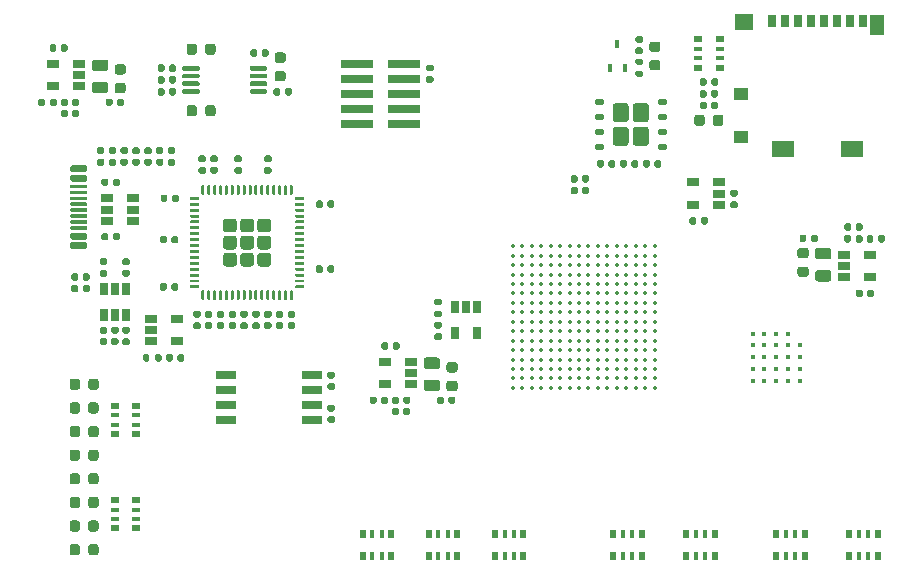
<source format=gtp>
G04 #@! TF.GenerationSoftware,KiCad,Pcbnew,(5.1.9-0-10_14)*
G04 #@! TF.CreationDate,2021-01-29T21:37:42-08:00*
G04 #@! TF.ProjectId,cart-ecp5,63617274-2d65-4637-9035-2e6b69636164,rev?*
G04 #@! TF.SameCoordinates,Original*
G04 #@! TF.FileFunction,Paste,Top*
G04 #@! TF.FilePolarity,Positive*
%FSLAX46Y46*%
G04 Gerber Fmt 4.6, Leading zero omitted, Abs format (unit mm)*
G04 Created by KiCad (PCBNEW (5.1.9-0-10_14)) date 2021-01-29 21:37:42*
%MOMM*%
%LPD*%
G01*
G04 APERTURE LIST*
%ADD10R,1.060000X0.650000*%
%ADD11R,0.650000X1.060000*%
%ADD12R,0.450000X0.700000*%
%ADD13R,0.800000X0.500000*%
%ADD14R,0.800000X0.400000*%
%ADD15R,0.500000X0.800000*%
%ADD16R,0.400000X0.800000*%
%ADD17C,0.400000*%
%ADD18R,2.800000X0.740000*%
%ADD19R,1.700000X0.650000*%
%ADD20R,1.900000X1.350000*%
%ADD21R,1.200000X1.000000*%
%ADD22R,1.550000X1.350000*%
%ADD23R,1.170000X1.800000*%
%ADD24R,0.750000X1.100000*%
%ADD25C,0.350000*%
G04 APERTURE END LIST*
D10*
X115535000Y-100355000D03*
X115535000Y-102255000D03*
X113335000Y-102255000D03*
X113335000Y-101305000D03*
X113335000Y-100355000D03*
D11*
X140970000Y-101520000D03*
X139070000Y-101520000D03*
X139070000Y-99320000D03*
X140020000Y-99320000D03*
X140970000Y-99320000D03*
G36*
G01*
X113235000Y-103465000D02*
X113235000Y-103835000D01*
G75*
G02*
X113100000Y-103970000I-135000J0D01*
G01*
X112830000Y-103970000D01*
G75*
G02*
X112695000Y-103835000I0J135000D01*
G01*
X112695000Y-103465000D01*
G75*
G02*
X112830000Y-103330000I135000J0D01*
G01*
X113100000Y-103330000D01*
G75*
G02*
X113235000Y-103465000I0J-135000D01*
G01*
G37*
G36*
G01*
X114255000Y-103465000D02*
X114255000Y-103835000D01*
G75*
G02*
X114120000Y-103970000I-135000J0D01*
G01*
X113850000Y-103970000D01*
G75*
G02*
X113715000Y-103835000I0J135000D01*
G01*
X113715000Y-103465000D01*
G75*
G02*
X113850000Y-103330000I135000J0D01*
G01*
X114120000Y-103330000D01*
G75*
G02*
X114255000Y-103465000I0J-135000D01*
G01*
G37*
G36*
G01*
X137860000Y-99210000D02*
X137490000Y-99210000D01*
G75*
G02*
X137355000Y-99075000I0J135000D01*
G01*
X137355000Y-98805000D01*
G75*
G02*
X137490000Y-98670000I135000J0D01*
G01*
X137860000Y-98670000D01*
G75*
G02*
X137995000Y-98805000I0J-135000D01*
G01*
X137995000Y-99075000D01*
G75*
G02*
X137860000Y-99210000I-135000J0D01*
G01*
G37*
G36*
G01*
X137860000Y-100230000D02*
X137490000Y-100230000D01*
G75*
G02*
X137355000Y-100095000I0J135000D01*
G01*
X137355000Y-99825000D01*
G75*
G02*
X137490000Y-99690000I135000J0D01*
G01*
X137860000Y-99690000D01*
G75*
G02*
X137995000Y-99825000I0J-135000D01*
G01*
X137995000Y-100095000D01*
G75*
G02*
X137860000Y-100230000I-135000J0D01*
G01*
G37*
G36*
G01*
X154885000Y-78860000D02*
X154515000Y-78860000D01*
G75*
G02*
X154380000Y-78725000I0J135000D01*
G01*
X154380000Y-78455000D01*
G75*
G02*
X154515000Y-78320000I135000J0D01*
G01*
X154885000Y-78320000D01*
G75*
G02*
X155020000Y-78455000I0J-135000D01*
G01*
X155020000Y-78725000D01*
G75*
G02*
X154885000Y-78860000I-135000J0D01*
G01*
G37*
G36*
G01*
X154885000Y-79880000D02*
X154515000Y-79880000D01*
G75*
G02*
X154380000Y-79745000I0J135000D01*
G01*
X154380000Y-79475000D01*
G75*
G02*
X154515000Y-79340000I135000J0D01*
G01*
X154885000Y-79340000D01*
G75*
G02*
X155020000Y-79475000I0J-135000D01*
G01*
X155020000Y-79745000D01*
G75*
G02*
X154885000Y-79880000I-135000J0D01*
G01*
G37*
G36*
G01*
X149485000Y-88327500D02*
X149485000Y-88672500D01*
G75*
G02*
X149337500Y-88820000I-147500J0D01*
G01*
X149042500Y-88820000D01*
G75*
G02*
X148895000Y-88672500I0J147500D01*
G01*
X148895000Y-88327500D01*
G75*
G02*
X149042500Y-88180000I147500J0D01*
G01*
X149337500Y-88180000D01*
G75*
G02*
X149485000Y-88327500I0J-147500D01*
G01*
G37*
G36*
G01*
X150455000Y-88327500D02*
X150455000Y-88672500D01*
G75*
G02*
X150307500Y-88820000I-147500J0D01*
G01*
X150012500Y-88820000D01*
G75*
G02*
X149865000Y-88672500I0J147500D01*
G01*
X149865000Y-88327500D01*
G75*
G02*
X150012500Y-88180000I147500J0D01*
G01*
X150307500Y-88180000D01*
G75*
G02*
X150455000Y-88327500I0J-147500D01*
G01*
G37*
G36*
G01*
X149865000Y-89672500D02*
X149865000Y-89327500D01*
G75*
G02*
X150012500Y-89180000I147500J0D01*
G01*
X150307500Y-89180000D01*
G75*
G02*
X150455000Y-89327500I0J-147500D01*
G01*
X150455000Y-89672500D01*
G75*
G02*
X150307500Y-89820000I-147500J0D01*
G01*
X150012500Y-89820000D01*
G75*
G02*
X149865000Y-89672500I0J147500D01*
G01*
G37*
G36*
G01*
X148895000Y-89672500D02*
X148895000Y-89327500D01*
G75*
G02*
X149042500Y-89180000I147500J0D01*
G01*
X149337500Y-89180000D01*
G75*
G02*
X149485000Y-89327500I0J-147500D01*
G01*
X149485000Y-89672500D01*
G75*
G02*
X149337500Y-89820000I-147500J0D01*
G01*
X149042500Y-89820000D01*
G75*
G02*
X148895000Y-89672500I0J147500D01*
G01*
G37*
G36*
G01*
X123077500Y-100640000D02*
X123422500Y-100640000D01*
G75*
G02*
X123570000Y-100787500I0J-147500D01*
G01*
X123570000Y-101082500D01*
G75*
G02*
X123422500Y-101230000I-147500J0D01*
G01*
X123077500Y-101230000D01*
G75*
G02*
X122930000Y-101082500I0J147500D01*
G01*
X122930000Y-100787500D01*
G75*
G02*
X123077500Y-100640000I147500J0D01*
G01*
G37*
G36*
G01*
X123077500Y-99670000D02*
X123422500Y-99670000D01*
G75*
G02*
X123570000Y-99817500I0J-147500D01*
G01*
X123570000Y-100112500D01*
G75*
G02*
X123422500Y-100260000I-147500J0D01*
G01*
X123077500Y-100260000D01*
G75*
G02*
X122930000Y-100112500I0J147500D01*
G01*
X122930000Y-99817500D01*
G75*
G02*
X123077500Y-99670000I147500J0D01*
G01*
G37*
G36*
G01*
X118077500Y-100640000D02*
X118422500Y-100640000D01*
G75*
G02*
X118570000Y-100787500I0J-147500D01*
G01*
X118570000Y-101082500D01*
G75*
G02*
X118422500Y-101230000I-147500J0D01*
G01*
X118077500Y-101230000D01*
G75*
G02*
X117930000Y-101082500I0J147500D01*
G01*
X117930000Y-100787500D01*
G75*
G02*
X118077500Y-100640000I147500J0D01*
G01*
G37*
G36*
G01*
X118077500Y-99670000D02*
X118422500Y-99670000D01*
G75*
G02*
X118570000Y-99817500I0J-147500D01*
G01*
X118570000Y-100112500D01*
G75*
G02*
X118422500Y-100260000I-147500J0D01*
G01*
X118077500Y-100260000D01*
G75*
G02*
X117930000Y-100112500I0J147500D01*
G01*
X117930000Y-99817500D01*
G75*
G02*
X118077500Y-99670000I147500J0D01*
G01*
G37*
G36*
G01*
X118872500Y-87110000D02*
X118527500Y-87110000D01*
G75*
G02*
X118380000Y-86962500I0J147500D01*
G01*
X118380000Y-86667500D01*
G75*
G02*
X118527500Y-86520000I147500J0D01*
G01*
X118872500Y-86520000D01*
G75*
G02*
X119020000Y-86667500I0J-147500D01*
G01*
X119020000Y-86962500D01*
G75*
G02*
X118872500Y-87110000I-147500J0D01*
G01*
G37*
G36*
G01*
X118872500Y-88080000D02*
X118527500Y-88080000D01*
G75*
G02*
X118380000Y-87932500I0J147500D01*
G01*
X118380000Y-87637500D01*
G75*
G02*
X118527500Y-87490000I147500J0D01*
G01*
X118872500Y-87490000D01*
G75*
G02*
X119020000Y-87637500I0J-147500D01*
G01*
X119020000Y-87932500D01*
G75*
G02*
X118872500Y-88080000I-147500J0D01*
G01*
G37*
G36*
G01*
X111272500Y-86410000D02*
X110927500Y-86410000D01*
G75*
G02*
X110780000Y-86262500I0J147500D01*
G01*
X110780000Y-85967500D01*
G75*
G02*
X110927500Y-85820000I147500J0D01*
G01*
X111272500Y-85820000D01*
G75*
G02*
X111420000Y-85967500I0J-147500D01*
G01*
X111420000Y-86262500D01*
G75*
G02*
X111272500Y-86410000I-147500J0D01*
G01*
G37*
G36*
G01*
X111272500Y-87380000D02*
X110927500Y-87380000D01*
G75*
G02*
X110780000Y-87232500I0J147500D01*
G01*
X110780000Y-86937500D01*
G75*
G02*
X110927500Y-86790000I147500J0D01*
G01*
X111272500Y-86790000D01*
G75*
G02*
X111420000Y-86937500I0J-147500D01*
G01*
X111420000Y-87232500D01*
G75*
G02*
X111272500Y-87380000I-147500J0D01*
G01*
G37*
G36*
G01*
X154527500Y-77365000D02*
X154872500Y-77365000D01*
G75*
G02*
X155020000Y-77512500I0J-147500D01*
G01*
X155020000Y-77807500D01*
G75*
G02*
X154872500Y-77955000I-147500J0D01*
G01*
X154527500Y-77955000D01*
G75*
G02*
X154380000Y-77807500I0J147500D01*
G01*
X154380000Y-77512500D01*
G75*
G02*
X154527500Y-77365000I147500J0D01*
G01*
G37*
G36*
G01*
X154527500Y-76395000D02*
X154872500Y-76395000D01*
G75*
G02*
X155020000Y-76542500I0J-147500D01*
G01*
X155020000Y-76837500D01*
G75*
G02*
X154872500Y-76985000I-147500J0D01*
G01*
X154527500Y-76985000D01*
G75*
G02*
X154380000Y-76837500I0J147500D01*
G01*
X154380000Y-76542500D01*
G75*
G02*
X154527500Y-76395000I147500J0D01*
G01*
G37*
D12*
X152850000Y-77100000D03*
X153500000Y-79100000D03*
X152200000Y-79100000D03*
G36*
G01*
X155768750Y-78450000D02*
X156281250Y-78450000D01*
G75*
G02*
X156500000Y-78668750I0J-218750D01*
G01*
X156500000Y-79106250D01*
G75*
G02*
X156281250Y-79325000I-218750J0D01*
G01*
X155768750Y-79325000D01*
G75*
G02*
X155550000Y-79106250I0J218750D01*
G01*
X155550000Y-78668750D01*
G75*
G02*
X155768750Y-78450000I218750J0D01*
G01*
G37*
G36*
G01*
X155768750Y-76875000D02*
X156281250Y-76875000D01*
G75*
G02*
X156500000Y-77093750I0J-218750D01*
G01*
X156500000Y-77531250D01*
G75*
G02*
X156281250Y-77750000I-218750J0D01*
G01*
X155768750Y-77750000D01*
G75*
G02*
X155550000Y-77531250I0J218750D01*
G01*
X155550000Y-77093750D01*
G75*
G02*
X155768750Y-76875000I218750J0D01*
G01*
G37*
G36*
G01*
X153810000Y-82344997D02*
X153810000Y-83455003D01*
G75*
G02*
X153560003Y-83705000I-249997J0D01*
G01*
X152689997Y-83705000D01*
G75*
G02*
X152440000Y-83455003I0J249997D01*
G01*
X152440000Y-82344997D01*
G75*
G02*
X152689997Y-82095000I249997J0D01*
G01*
X153560003Y-82095000D01*
G75*
G02*
X153810000Y-82344997I0J-249997D01*
G01*
G37*
G36*
G01*
X153810000Y-84344997D02*
X153810000Y-85455003D01*
G75*
G02*
X153560003Y-85705000I-249997J0D01*
G01*
X152689997Y-85705000D01*
G75*
G02*
X152440000Y-85455003I0J249997D01*
G01*
X152440000Y-84344997D01*
G75*
G02*
X152689997Y-84095000I249997J0D01*
G01*
X153560003Y-84095000D01*
G75*
G02*
X153810000Y-84344997I0J-249997D01*
G01*
G37*
G36*
G01*
X155510000Y-82344997D02*
X155510000Y-83455003D01*
G75*
G02*
X155260003Y-83705000I-249997J0D01*
G01*
X154389997Y-83705000D01*
G75*
G02*
X154140000Y-83455003I0J249997D01*
G01*
X154140000Y-82344997D01*
G75*
G02*
X154389997Y-82095000I249997J0D01*
G01*
X155260003Y-82095000D01*
G75*
G02*
X155510000Y-82344997I0J-249997D01*
G01*
G37*
G36*
G01*
X155510000Y-84344997D02*
X155510000Y-85455003D01*
G75*
G02*
X155260003Y-85705000I-249997J0D01*
G01*
X154389997Y-85705000D01*
G75*
G02*
X154140000Y-85455003I0J249997D01*
G01*
X154140000Y-84344997D01*
G75*
G02*
X154389997Y-84095000I249997J0D01*
G01*
X155260003Y-84095000D01*
G75*
G02*
X155510000Y-84344997I0J-249997D01*
G01*
G37*
G36*
G01*
X151700000Y-85680000D02*
X151700000Y-85930000D01*
G75*
G02*
X151575000Y-86055000I-125000J0D01*
G01*
X151050000Y-86055000D01*
G75*
G02*
X150925000Y-85930000I0J125000D01*
G01*
X150925000Y-85680000D01*
G75*
G02*
X151050000Y-85555000I125000J0D01*
G01*
X151575000Y-85555000D01*
G75*
G02*
X151700000Y-85680000I0J-125000D01*
G01*
G37*
G36*
G01*
X151700000Y-84410000D02*
X151700000Y-84660000D01*
G75*
G02*
X151575000Y-84785000I-125000J0D01*
G01*
X151050000Y-84785000D01*
G75*
G02*
X150925000Y-84660000I0J125000D01*
G01*
X150925000Y-84410000D01*
G75*
G02*
X151050000Y-84285000I125000J0D01*
G01*
X151575000Y-84285000D01*
G75*
G02*
X151700000Y-84410000I0J-125000D01*
G01*
G37*
G36*
G01*
X151700000Y-83140000D02*
X151700000Y-83390000D01*
G75*
G02*
X151575000Y-83515000I-125000J0D01*
G01*
X151050000Y-83515000D01*
G75*
G02*
X150925000Y-83390000I0J125000D01*
G01*
X150925000Y-83140000D01*
G75*
G02*
X151050000Y-83015000I125000J0D01*
G01*
X151575000Y-83015000D01*
G75*
G02*
X151700000Y-83140000I0J-125000D01*
G01*
G37*
G36*
G01*
X151700000Y-81870000D02*
X151700000Y-82120000D01*
G75*
G02*
X151575000Y-82245000I-125000J0D01*
G01*
X151050000Y-82245000D01*
G75*
G02*
X150925000Y-82120000I0J125000D01*
G01*
X150925000Y-81870000D01*
G75*
G02*
X151050000Y-81745000I125000J0D01*
G01*
X151575000Y-81745000D01*
G75*
G02*
X151700000Y-81870000I0J-125000D01*
G01*
G37*
G36*
G01*
X157025000Y-81870000D02*
X157025000Y-82120000D01*
G75*
G02*
X156900000Y-82245000I-125000J0D01*
G01*
X156375000Y-82245000D01*
G75*
G02*
X156250000Y-82120000I0J125000D01*
G01*
X156250000Y-81870000D01*
G75*
G02*
X156375000Y-81745000I125000J0D01*
G01*
X156900000Y-81745000D01*
G75*
G02*
X157025000Y-81870000I0J-125000D01*
G01*
G37*
G36*
G01*
X157025000Y-83140000D02*
X157025000Y-83390000D01*
G75*
G02*
X156900000Y-83515000I-125000J0D01*
G01*
X156375000Y-83515000D01*
G75*
G02*
X156250000Y-83390000I0J125000D01*
G01*
X156250000Y-83140000D01*
G75*
G02*
X156375000Y-83015000I125000J0D01*
G01*
X156900000Y-83015000D01*
G75*
G02*
X157025000Y-83140000I0J-125000D01*
G01*
G37*
G36*
G01*
X157025000Y-84410000D02*
X157025000Y-84660000D01*
G75*
G02*
X156900000Y-84785000I-125000J0D01*
G01*
X156375000Y-84785000D01*
G75*
G02*
X156250000Y-84660000I0J125000D01*
G01*
X156250000Y-84410000D01*
G75*
G02*
X156375000Y-84285000I125000J0D01*
G01*
X156900000Y-84285000D01*
G75*
G02*
X157025000Y-84410000I0J-125000D01*
G01*
G37*
G36*
G01*
X157025000Y-85680000D02*
X157025000Y-85930000D01*
G75*
G02*
X156900000Y-86055000I-125000J0D01*
G01*
X156375000Y-86055000D01*
G75*
G02*
X156250000Y-85930000I0J125000D01*
G01*
X156250000Y-85680000D01*
G75*
G02*
X156375000Y-85555000I125000J0D01*
G01*
X156900000Y-85555000D01*
G75*
G02*
X157025000Y-85680000I0J-125000D01*
G01*
G37*
D13*
X110300000Y-115700000D03*
D14*
X110300000Y-116500000D03*
D13*
X110300000Y-118100000D03*
D14*
X110300000Y-117300000D03*
D13*
X112100000Y-115700000D03*
D14*
X112100000Y-117300000D03*
X112100000Y-116500000D03*
D13*
X112100000Y-118100000D03*
X110300000Y-107700000D03*
D14*
X110300000Y-108500000D03*
D13*
X110300000Y-110100000D03*
D14*
X110300000Y-109300000D03*
D13*
X112100000Y-107700000D03*
D14*
X112100000Y-109300000D03*
X112100000Y-108500000D03*
D13*
X112100000Y-110100000D03*
G36*
G01*
X108050000Y-120156250D02*
X108050000Y-119643750D01*
G75*
G02*
X108268750Y-119425000I218750J0D01*
G01*
X108706250Y-119425000D01*
G75*
G02*
X108925000Y-119643750I0J-218750D01*
G01*
X108925000Y-120156250D01*
G75*
G02*
X108706250Y-120375000I-218750J0D01*
G01*
X108268750Y-120375000D01*
G75*
G02*
X108050000Y-120156250I0J218750D01*
G01*
G37*
G36*
G01*
X106475000Y-120156250D02*
X106475000Y-119643750D01*
G75*
G02*
X106693750Y-119425000I218750J0D01*
G01*
X107131250Y-119425000D01*
G75*
G02*
X107350000Y-119643750I0J-218750D01*
G01*
X107350000Y-120156250D01*
G75*
G02*
X107131250Y-120375000I-218750J0D01*
G01*
X106693750Y-120375000D01*
G75*
G02*
X106475000Y-120156250I0J218750D01*
G01*
G37*
G36*
G01*
X108050000Y-118156250D02*
X108050000Y-117643750D01*
G75*
G02*
X108268750Y-117425000I218750J0D01*
G01*
X108706250Y-117425000D01*
G75*
G02*
X108925000Y-117643750I0J-218750D01*
G01*
X108925000Y-118156250D01*
G75*
G02*
X108706250Y-118375000I-218750J0D01*
G01*
X108268750Y-118375000D01*
G75*
G02*
X108050000Y-118156250I0J218750D01*
G01*
G37*
G36*
G01*
X106475000Y-118156250D02*
X106475000Y-117643750D01*
G75*
G02*
X106693750Y-117425000I218750J0D01*
G01*
X107131250Y-117425000D01*
G75*
G02*
X107350000Y-117643750I0J-218750D01*
G01*
X107350000Y-118156250D01*
G75*
G02*
X107131250Y-118375000I-218750J0D01*
G01*
X106693750Y-118375000D01*
G75*
G02*
X106475000Y-118156250I0J218750D01*
G01*
G37*
G36*
G01*
X108050000Y-116156250D02*
X108050000Y-115643750D01*
G75*
G02*
X108268750Y-115425000I218750J0D01*
G01*
X108706250Y-115425000D01*
G75*
G02*
X108925000Y-115643750I0J-218750D01*
G01*
X108925000Y-116156250D01*
G75*
G02*
X108706250Y-116375000I-218750J0D01*
G01*
X108268750Y-116375000D01*
G75*
G02*
X108050000Y-116156250I0J218750D01*
G01*
G37*
G36*
G01*
X106475000Y-116156250D02*
X106475000Y-115643750D01*
G75*
G02*
X106693750Y-115425000I218750J0D01*
G01*
X107131250Y-115425000D01*
G75*
G02*
X107350000Y-115643750I0J-218750D01*
G01*
X107350000Y-116156250D01*
G75*
G02*
X107131250Y-116375000I-218750J0D01*
G01*
X106693750Y-116375000D01*
G75*
G02*
X106475000Y-116156250I0J218750D01*
G01*
G37*
G36*
G01*
X108050000Y-114156250D02*
X108050000Y-113643750D01*
G75*
G02*
X108268750Y-113425000I218750J0D01*
G01*
X108706250Y-113425000D01*
G75*
G02*
X108925000Y-113643750I0J-218750D01*
G01*
X108925000Y-114156250D01*
G75*
G02*
X108706250Y-114375000I-218750J0D01*
G01*
X108268750Y-114375000D01*
G75*
G02*
X108050000Y-114156250I0J218750D01*
G01*
G37*
G36*
G01*
X106475000Y-114156250D02*
X106475000Y-113643750D01*
G75*
G02*
X106693750Y-113425000I218750J0D01*
G01*
X107131250Y-113425000D01*
G75*
G02*
X107350000Y-113643750I0J-218750D01*
G01*
X107350000Y-114156250D01*
G75*
G02*
X107131250Y-114375000I-218750J0D01*
G01*
X106693750Y-114375000D01*
G75*
G02*
X106475000Y-114156250I0J218750D01*
G01*
G37*
G36*
G01*
X108050000Y-112156250D02*
X108050000Y-111643750D01*
G75*
G02*
X108268750Y-111425000I218750J0D01*
G01*
X108706250Y-111425000D01*
G75*
G02*
X108925000Y-111643750I0J-218750D01*
G01*
X108925000Y-112156250D01*
G75*
G02*
X108706250Y-112375000I-218750J0D01*
G01*
X108268750Y-112375000D01*
G75*
G02*
X108050000Y-112156250I0J218750D01*
G01*
G37*
G36*
G01*
X106475000Y-112156250D02*
X106475000Y-111643750D01*
G75*
G02*
X106693750Y-111425000I218750J0D01*
G01*
X107131250Y-111425000D01*
G75*
G02*
X107350000Y-111643750I0J-218750D01*
G01*
X107350000Y-112156250D01*
G75*
G02*
X107131250Y-112375000I-218750J0D01*
G01*
X106693750Y-112375000D01*
G75*
G02*
X106475000Y-112156250I0J218750D01*
G01*
G37*
G36*
G01*
X108050000Y-110156250D02*
X108050000Y-109643750D01*
G75*
G02*
X108268750Y-109425000I218750J0D01*
G01*
X108706250Y-109425000D01*
G75*
G02*
X108925000Y-109643750I0J-218750D01*
G01*
X108925000Y-110156250D01*
G75*
G02*
X108706250Y-110375000I-218750J0D01*
G01*
X108268750Y-110375000D01*
G75*
G02*
X108050000Y-110156250I0J218750D01*
G01*
G37*
G36*
G01*
X106475000Y-110156250D02*
X106475000Y-109643750D01*
G75*
G02*
X106693750Y-109425000I218750J0D01*
G01*
X107131250Y-109425000D01*
G75*
G02*
X107350000Y-109643750I0J-218750D01*
G01*
X107350000Y-110156250D01*
G75*
G02*
X107131250Y-110375000I-218750J0D01*
G01*
X106693750Y-110375000D01*
G75*
G02*
X106475000Y-110156250I0J218750D01*
G01*
G37*
G36*
G01*
X108050000Y-108156250D02*
X108050000Y-107643750D01*
G75*
G02*
X108268750Y-107425000I218750J0D01*
G01*
X108706250Y-107425000D01*
G75*
G02*
X108925000Y-107643750I0J-218750D01*
G01*
X108925000Y-108156250D01*
G75*
G02*
X108706250Y-108375000I-218750J0D01*
G01*
X108268750Y-108375000D01*
G75*
G02*
X108050000Y-108156250I0J218750D01*
G01*
G37*
G36*
G01*
X106475000Y-108156250D02*
X106475000Y-107643750D01*
G75*
G02*
X106693750Y-107425000I218750J0D01*
G01*
X107131250Y-107425000D01*
G75*
G02*
X107350000Y-107643750I0J-218750D01*
G01*
X107350000Y-108156250D01*
G75*
G02*
X107131250Y-108375000I-218750J0D01*
G01*
X106693750Y-108375000D01*
G75*
G02*
X106475000Y-108156250I0J218750D01*
G01*
G37*
G36*
G01*
X108050000Y-106156250D02*
X108050000Y-105643750D01*
G75*
G02*
X108268750Y-105425000I218750J0D01*
G01*
X108706250Y-105425000D01*
G75*
G02*
X108925000Y-105643750I0J-218750D01*
G01*
X108925000Y-106156250D01*
G75*
G02*
X108706250Y-106375000I-218750J0D01*
G01*
X108268750Y-106375000D01*
G75*
G02*
X108050000Y-106156250I0J218750D01*
G01*
G37*
G36*
G01*
X106475000Y-106156250D02*
X106475000Y-105643750D01*
G75*
G02*
X106693750Y-105425000I218750J0D01*
G01*
X107131250Y-105425000D01*
G75*
G02*
X107350000Y-105643750I0J-218750D01*
G01*
X107350000Y-106156250D01*
G75*
G02*
X107131250Y-106375000I-218750J0D01*
G01*
X106693750Y-106375000D01*
G75*
G02*
X106475000Y-106156250I0J218750D01*
G01*
G37*
D15*
X139300000Y-118600000D03*
D16*
X138500000Y-118600000D03*
D15*
X136900000Y-118600000D03*
D16*
X137700000Y-118600000D03*
D15*
X139300000Y-120400000D03*
D16*
X137700000Y-120400000D03*
X138500000Y-120400000D03*
D15*
X136900000Y-120400000D03*
D10*
X174275000Y-94925000D03*
X174275000Y-96825000D03*
X172075000Y-96825000D03*
X172075000Y-95875000D03*
X172075000Y-94925000D03*
G36*
G01*
X174915000Y-93747500D02*
X174915000Y-93402500D01*
G75*
G02*
X175062500Y-93255000I147500J0D01*
G01*
X175357500Y-93255000D01*
G75*
G02*
X175505000Y-93402500I0J-147500D01*
G01*
X175505000Y-93747500D01*
G75*
G02*
X175357500Y-93895000I-147500J0D01*
G01*
X175062500Y-93895000D01*
G75*
G02*
X174915000Y-93747500I0J147500D01*
G01*
G37*
G36*
G01*
X173945000Y-93747500D02*
X173945000Y-93402500D01*
G75*
G02*
X174092500Y-93255000I147500J0D01*
G01*
X174387500Y-93255000D01*
G75*
G02*
X174535000Y-93402500I0J-147500D01*
G01*
X174535000Y-93747500D01*
G75*
G02*
X174387500Y-93895000I-147500J0D01*
G01*
X174092500Y-93895000D01*
G75*
G02*
X173945000Y-93747500I0J147500D01*
G01*
G37*
G36*
G01*
X173015000Y-93747500D02*
X173015000Y-93402500D01*
G75*
G02*
X173162500Y-93255000I147500J0D01*
G01*
X173457500Y-93255000D01*
G75*
G02*
X173605000Y-93402500I0J-147500D01*
G01*
X173605000Y-93747500D01*
G75*
G02*
X173457500Y-93895000I-147500J0D01*
G01*
X173162500Y-93895000D01*
G75*
G02*
X173015000Y-93747500I0J147500D01*
G01*
G37*
G36*
G01*
X172045000Y-93747500D02*
X172045000Y-93402500D01*
G75*
G02*
X172192500Y-93255000I147500J0D01*
G01*
X172487500Y-93255000D01*
G75*
G02*
X172635000Y-93402500I0J-147500D01*
G01*
X172635000Y-93747500D01*
G75*
G02*
X172487500Y-93895000I-147500J0D01*
G01*
X172192500Y-93895000D01*
G75*
G02*
X172045000Y-93747500I0J147500D01*
G01*
G37*
G36*
G01*
X170731250Y-95325000D02*
X169818750Y-95325000D01*
G75*
G02*
X169575000Y-95081250I0J243750D01*
G01*
X169575000Y-94593750D01*
G75*
G02*
X169818750Y-94350000I243750J0D01*
G01*
X170731250Y-94350000D01*
G75*
G02*
X170975000Y-94593750I0J-243750D01*
G01*
X170975000Y-95081250D01*
G75*
G02*
X170731250Y-95325000I-243750J0D01*
G01*
G37*
G36*
G01*
X170731250Y-97200000D02*
X169818750Y-97200000D01*
G75*
G02*
X169575000Y-96956250I0J243750D01*
G01*
X169575000Y-96468750D01*
G75*
G02*
X169818750Y-96225000I243750J0D01*
G01*
X170731250Y-96225000D01*
G75*
G02*
X170975000Y-96468750I0J-243750D01*
G01*
X170975000Y-96956250D01*
G75*
G02*
X170731250Y-97200000I-243750J0D01*
G01*
G37*
G36*
G01*
X169240000Y-93722500D02*
X169240000Y-93377500D01*
G75*
G02*
X169387500Y-93230000I147500J0D01*
G01*
X169682500Y-93230000D01*
G75*
G02*
X169830000Y-93377500I0J-147500D01*
G01*
X169830000Y-93722500D01*
G75*
G02*
X169682500Y-93870000I-147500J0D01*
G01*
X169387500Y-93870000D01*
G75*
G02*
X169240000Y-93722500I0J147500D01*
G01*
G37*
G36*
G01*
X168270000Y-93722500D02*
X168270000Y-93377500D01*
G75*
G02*
X168417500Y-93230000I147500J0D01*
G01*
X168712500Y-93230000D01*
G75*
G02*
X168860000Y-93377500I0J-147500D01*
G01*
X168860000Y-93722500D01*
G75*
G02*
X168712500Y-93870000I-147500J0D01*
G01*
X168417500Y-93870000D01*
G75*
G02*
X168270000Y-93722500I0J147500D01*
G01*
G37*
G36*
G01*
X168318750Y-95925000D02*
X168831250Y-95925000D01*
G75*
G02*
X169050000Y-96143750I0J-218750D01*
G01*
X169050000Y-96581250D01*
G75*
G02*
X168831250Y-96800000I-218750J0D01*
G01*
X168318750Y-96800000D01*
G75*
G02*
X168100000Y-96581250I0J218750D01*
G01*
X168100000Y-96143750D01*
G75*
G02*
X168318750Y-95925000I218750J0D01*
G01*
G37*
G36*
G01*
X168318750Y-94350000D02*
X168831250Y-94350000D01*
G75*
G02*
X169050000Y-94568750I0J-218750D01*
G01*
X169050000Y-95006250D01*
G75*
G02*
X168831250Y-95225000I-218750J0D01*
G01*
X168318750Y-95225000D01*
G75*
G02*
X168100000Y-95006250I0J218750D01*
G01*
X168100000Y-94568750D01*
G75*
G02*
X168318750Y-94350000I218750J0D01*
G01*
G37*
G36*
G01*
X173015000Y-92747500D02*
X173015000Y-92402500D01*
G75*
G02*
X173162500Y-92255000I147500J0D01*
G01*
X173457500Y-92255000D01*
G75*
G02*
X173605000Y-92402500I0J-147500D01*
G01*
X173605000Y-92747500D01*
G75*
G02*
X173457500Y-92895000I-147500J0D01*
G01*
X173162500Y-92895000D01*
G75*
G02*
X173015000Y-92747500I0J147500D01*
G01*
G37*
G36*
G01*
X172045000Y-92747500D02*
X172045000Y-92402500D01*
G75*
G02*
X172192500Y-92255000I147500J0D01*
G01*
X172487500Y-92255000D01*
G75*
G02*
X172635000Y-92402500I0J-147500D01*
G01*
X172635000Y-92747500D01*
G75*
G02*
X172487500Y-92895000I-147500J0D01*
G01*
X172192500Y-92895000D01*
G75*
G02*
X172045000Y-92747500I0J147500D01*
G01*
G37*
G36*
G01*
X173610000Y-98027500D02*
X173610000Y-98372500D01*
G75*
G02*
X173462500Y-98520000I-147500J0D01*
G01*
X173167500Y-98520000D01*
G75*
G02*
X173020000Y-98372500I0J147500D01*
G01*
X173020000Y-98027500D01*
G75*
G02*
X173167500Y-97880000I147500J0D01*
G01*
X173462500Y-97880000D01*
G75*
G02*
X173610000Y-98027500I0J-147500D01*
G01*
G37*
G36*
G01*
X174580000Y-98027500D02*
X174580000Y-98372500D01*
G75*
G02*
X174432500Y-98520000I-147500J0D01*
G01*
X174137500Y-98520000D01*
G75*
G02*
X173990000Y-98372500I0J147500D01*
G01*
X173990000Y-98027500D01*
G75*
G02*
X174137500Y-97880000I147500J0D01*
G01*
X174432500Y-97880000D01*
G75*
G02*
X174580000Y-98027500I0J-147500D01*
G01*
G37*
D17*
X167300000Y-101600000D03*
X166300000Y-101600000D03*
X165300000Y-101600000D03*
X164300000Y-101600000D03*
X168300000Y-102600000D03*
X167300000Y-102600000D03*
X166300000Y-102600000D03*
X165300000Y-102600000D03*
X164300000Y-102600000D03*
X168300000Y-103600000D03*
X167300000Y-103600000D03*
X166300000Y-103600000D03*
X165300000Y-103600000D03*
X164300000Y-103600000D03*
X168300000Y-104600000D03*
X167300000Y-104600000D03*
X166300000Y-104600000D03*
X165300000Y-104600000D03*
X164300000Y-104600000D03*
X168300000Y-105600000D03*
X167300000Y-105600000D03*
X166300000Y-105600000D03*
X165300000Y-105600000D03*
X164300000Y-105600000D03*
G36*
G01*
X117250000Y-82468750D02*
X117250000Y-82981250D01*
G75*
G02*
X117031250Y-83200000I-218750J0D01*
G01*
X116593750Y-83200000D01*
G75*
G02*
X116375000Y-82981250I0J218750D01*
G01*
X116375000Y-82468750D01*
G75*
G02*
X116593750Y-82250000I218750J0D01*
G01*
X117031250Y-82250000D01*
G75*
G02*
X117250000Y-82468750I0J-218750D01*
G01*
G37*
G36*
G01*
X118825000Y-82468750D02*
X118825000Y-82981250D01*
G75*
G02*
X118606250Y-83200000I-218750J0D01*
G01*
X118168750Y-83200000D01*
G75*
G02*
X117950000Y-82981250I0J218750D01*
G01*
X117950000Y-82468750D01*
G75*
G02*
X118168750Y-82250000I218750J0D01*
G01*
X118606250Y-82250000D01*
G75*
G02*
X118825000Y-82468750I0J-218750D01*
G01*
G37*
G36*
G01*
X117250000Y-77268750D02*
X117250000Y-77781250D01*
G75*
G02*
X117031250Y-78000000I-218750J0D01*
G01*
X116593750Y-78000000D01*
G75*
G02*
X116375000Y-77781250I0J218750D01*
G01*
X116375000Y-77268750D01*
G75*
G02*
X116593750Y-77050000I218750J0D01*
G01*
X117031250Y-77050000D01*
G75*
G02*
X117250000Y-77268750I0J-218750D01*
G01*
G37*
G36*
G01*
X118825000Y-77268750D02*
X118825000Y-77781250D01*
G75*
G02*
X118606250Y-78000000I-218750J0D01*
G01*
X118168750Y-78000000D01*
G75*
G02*
X117950000Y-77781250I0J218750D01*
G01*
X117950000Y-77268750D01*
G75*
G02*
X118168750Y-77050000I218750J0D01*
G01*
X118606250Y-77050000D01*
G75*
G02*
X118825000Y-77268750I0J-218750D01*
G01*
G37*
G36*
G01*
X138160000Y-107077500D02*
X138160000Y-107422500D01*
G75*
G02*
X138012500Y-107570000I-147500J0D01*
G01*
X137717500Y-107570000D01*
G75*
G02*
X137570000Y-107422500I0J147500D01*
G01*
X137570000Y-107077500D01*
G75*
G02*
X137717500Y-106930000I147500J0D01*
G01*
X138012500Y-106930000D01*
G75*
G02*
X138160000Y-107077500I0J-147500D01*
G01*
G37*
G36*
G01*
X139130000Y-107077500D02*
X139130000Y-107422500D01*
G75*
G02*
X138982500Y-107570000I-147500J0D01*
G01*
X138687500Y-107570000D01*
G75*
G02*
X138540000Y-107422500I0J147500D01*
G01*
X138540000Y-107077500D01*
G75*
G02*
X138687500Y-106930000I147500J0D01*
G01*
X138982500Y-106930000D01*
G75*
G02*
X139130000Y-107077500I0J-147500D01*
G01*
G37*
G36*
G01*
X110110000Y-81852500D02*
X110110000Y-82197500D01*
G75*
G02*
X109962500Y-82345000I-147500J0D01*
G01*
X109667500Y-82345000D01*
G75*
G02*
X109520000Y-82197500I0J147500D01*
G01*
X109520000Y-81852500D01*
G75*
G02*
X109667500Y-81705000I147500J0D01*
G01*
X109962500Y-81705000D01*
G75*
G02*
X110110000Y-81852500I0J-147500D01*
G01*
G37*
G36*
G01*
X111080000Y-81852500D02*
X111080000Y-82197500D01*
G75*
G02*
X110932500Y-82345000I-147500J0D01*
G01*
X110637500Y-82345000D01*
G75*
G02*
X110490000Y-82197500I0J147500D01*
G01*
X110490000Y-81852500D01*
G75*
G02*
X110637500Y-81705000I147500J0D01*
G01*
X110932500Y-81705000D01*
G75*
G02*
X111080000Y-81852500I0J-147500D01*
G01*
G37*
G36*
G01*
X139106250Y-104900000D02*
X138593750Y-104900000D01*
G75*
G02*
X138375000Y-104681250I0J218750D01*
G01*
X138375000Y-104243750D01*
G75*
G02*
X138593750Y-104025000I218750J0D01*
G01*
X139106250Y-104025000D01*
G75*
G02*
X139325000Y-104243750I0J-218750D01*
G01*
X139325000Y-104681250D01*
G75*
G02*
X139106250Y-104900000I-218750J0D01*
G01*
G37*
G36*
G01*
X139106250Y-106475000D02*
X138593750Y-106475000D01*
G75*
G02*
X138375000Y-106256250I0J218750D01*
G01*
X138375000Y-105818750D01*
G75*
G02*
X138593750Y-105600000I218750J0D01*
G01*
X139106250Y-105600000D01*
G75*
G02*
X139325000Y-105818750I0J-218750D01*
G01*
X139325000Y-106256250D01*
G75*
G02*
X139106250Y-106475000I-218750J0D01*
G01*
G37*
G36*
G01*
X111006250Y-79675000D02*
X110493750Y-79675000D01*
G75*
G02*
X110275000Y-79456250I0J218750D01*
G01*
X110275000Y-79018750D01*
G75*
G02*
X110493750Y-78800000I218750J0D01*
G01*
X111006250Y-78800000D01*
G75*
G02*
X111225000Y-79018750I0J-218750D01*
G01*
X111225000Y-79456250D01*
G75*
G02*
X111006250Y-79675000I-218750J0D01*
G01*
G37*
G36*
G01*
X111006250Y-81250000D02*
X110493750Y-81250000D01*
G75*
G02*
X110275000Y-81031250I0J218750D01*
G01*
X110275000Y-80593750D01*
G75*
G02*
X110493750Y-80375000I218750J0D01*
G01*
X111006250Y-80375000D01*
G75*
G02*
X111225000Y-80593750I0J-218750D01*
G01*
X111225000Y-81031250D01*
G75*
G02*
X111006250Y-81250000I-218750J0D01*
G01*
G37*
G36*
G01*
X159915000Y-92222500D02*
X159915000Y-91877500D01*
G75*
G02*
X160062500Y-91730000I147500J0D01*
G01*
X160357500Y-91730000D01*
G75*
G02*
X160505000Y-91877500I0J-147500D01*
G01*
X160505000Y-92222500D01*
G75*
G02*
X160357500Y-92370000I-147500J0D01*
G01*
X160062500Y-92370000D01*
G75*
G02*
X159915000Y-92222500I0J147500D01*
G01*
G37*
G36*
G01*
X158945000Y-92222500D02*
X158945000Y-91877500D01*
G75*
G02*
X159092500Y-91730000I147500J0D01*
G01*
X159387500Y-91730000D01*
G75*
G02*
X159535000Y-91877500I0J-147500D01*
G01*
X159535000Y-92222500D01*
G75*
G02*
X159387500Y-92370000I-147500J0D01*
G01*
X159092500Y-92370000D01*
G75*
G02*
X158945000Y-92222500I0J147500D01*
G01*
G37*
G36*
G01*
X162897500Y-90010000D02*
X162552500Y-90010000D01*
G75*
G02*
X162405000Y-89862500I0J147500D01*
G01*
X162405000Y-89567500D01*
G75*
G02*
X162552500Y-89420000I147500J0D01*
G01*
X162897500Y-89420000D01*
G75*
G02*
X163045000Y-89567500I0J-147500D01*
G01*
X163045000Y-89862500D01*
G75*
G02*
X162897500Y-90010000I-147500J0D01*
G01*
G37*
G36*
G01*
X162897500Y-90980000D02*
X162552500Y-90980000D01*
G75*
G02*
X162405000Y-90832500I0J147500D01*
G01*
X162405000Y-90537500D01*
G75*
G02*
X162552500Y-90390000I147500J0D01*
G01*
X162897500Y-90390000D01*
G75*
G02*
X163045000Y-90537500I0J-147500D01*
G01*
X163045000Y-90832500D01*
G75*
G02*
X162897500Y-90980000I-147500J0D01*
G01*
G37*
G36*
G01*
X133815000Y-102822500D02*
X133815000Y-102477500D01*
G75*
G02*
X133962500Y-102330000I147500J0D01*
G01*
X134257500Y-102330000D01*
G75*
G02*
X134405000Y-102477500I0J-147500D01*
G01*
X134405000Y-102822500D01*
G75*
G02*
X134257500Y-102970000I-147500J0D01*
G01*
X133962500Y-102970000D01*
G75*
G02*
X133815000Y-102822500I0J147500D01*
G01*
G37*
G36*
G01*
X132845000Y-102822500D02*
X132845000Y-102477500D01*
G75*
G02*
X132992500Y-102330000I147500J0D01*
G01*
X133287500Y-102330000D01*
G75*
G02*
X133435000Y-102477500I0J-147500D01*
G01*
X133435000Y-102822500D01*
G75*
G02*
X133287500Y-102970000I-147500J0D01*
G01*
X132992500Y-102970000D01*
G75*
G02*
X132845000Y-102822500I0J147500D01*
G01*
G37*
G36*
G01*
X105740000Y-77597500D02*
X105740000Y-77252500D01*
G75*
G02*
X105887500Y-77105000I147500J0D01*
G01*
X106182500Y-77105000D01*
G75*
G02*
X106330000Y-77252500I0J-147500D01*
G01*
X106330000Y-77597500D01*
G75*
G02*
X106182500Y-77745000I-147500J0D01*
G01*
X105887500Y-77745000D01*
G75*
G02*
X105740000Y-77597500I0J147500D01*
G01*
G37*
G36*
G01*
X104770000Y-77597500D02*
X104770000Y-77252500D01*
G75*
G02*
X104917500Y-77105000I147500J0D01*
G01*
X105212500Y-77105000D01*
G75*
G02*
X105360000Y-77252500I0J-147500D01*
G01*
X105360000Y-77597500D01*
G75*
G02*
X105212500Y-77745000I-147500J0D01*
G01*
X104917500Y-77745000D01*
G75*
G02*
X104770000Y-77597500I0J147500D01*
G01*
G37*
G36*
G01*
X136693750Y-105500000D02*
X137606250Y-105500000D01*
G75*
G02*
X137850000Y-105743750I0J-243750D01*
G01*
X137850000Y-106231250D01*
G75*
G02*
X137606250Y-106475000I-243750J0D01*
G01*
X136693750Y-106475000D01*
G75*
G02*
X136450000Y-106231250I0J243750D01*
G01*
X136450000Y-105743750D01*
G75*
G02*
X136693750Y-105500000I243750J0D01*
G01*
G37*
G36*
G01*
X136693750Y-103625000D02*
X137606250Y-103625000D01*
G75*
G02*
X137850000Y-103868750I0J-243750D01*
G01*
X137850000Y-104356250D01*
G75*
G02*
X137606250Y-104600000I-243750J0D01*
G01*
X136693750Y-104600000D01*
G75*
G02*
X136450000Y-104356250I0J243750D01*
G01*
X136450000Y-103868750D01*
G75*
G02*
X136693750Y-103625000I243750J0D01*
G01*
G37*
G36*
G01*
X108593750Y-80275000D02*
X109506250Y-80275000D01*
G75*
G02*
X109750000Y-80518750I0J-243750D01*
G01*
X109750000Y-81006250D01*
G75*
G02*
X109506250Y-81250000I-243750J0D01*
G01*
X108593750Y-81250000D01*
G75*
G02*
X108350000Y-81006250I0J243750D01*
G01*
X108350000Y-80518750D01*
G75*
G02*
X108593750Y-80275000I243750J0D01*
G01*
G37*
G36*
G01*
X108593750Y-78400000D02*
X109506250Y-78400000D01*
G75*
G02*
X109750000Y-78643750I0J-243750D01*
G01*
X109750000Y-79131250D01*
G75*
G02*
X109506250Y-79375000I-243750J0D01*
G01*
X108593750Y-79375000D01*
G75*
G02*
X108350000Y-79131250I0J243750D01*
G01*
X108350000Y-78643750D01*
G75*
G02*
X108593750Y-78400000I243750J0D01*
G01*
G37*
D18*
X134825000Y-83890000D03*
X130825000Y-83890000D03*
X134825000Y-82620000D03*
X130825000Y-82620000D03*
X134825000Y-81350000D03*
X130825000Y-81350000D03*
X134825000Y-80080000D03*
X130825000Y-80080000D03*
X134825000Y-78810000D03*
X130825000Y-78810000D03*
G36*
G01*
X128452500Y-105790000D02*
X128797500Y-105790000D01*
G75*
G02*
X128945000Y-105937500I0J-147500D01*
G01*
X128945000Y-106232500D01*
G75*
G02*
X128797500Y-106380000I-147500J0D01*
G01*
X128452500Y-106380000D01*
G75*
G02*
X128305000Y-106232500I0J147500D01*
G01*
X128305000Y-105937500D01*
G75*
G02*
X128452500Y-105790000I147500J0D01*
G01*
G37*
G36*
G01*
X128452500Y-104820000D02*
X128797500Y-104820000D01*
G75*
G02*
X128945000Y-104967500I0J-147500D01*
G01*
X128945000Y-105262500D01*
G75*
G02*
X128797500Y-105410000I-147500J0D01*
G01*
X128452500Y-105410000D01*
G75*
G02*
X128305000Y-105262500I0J147500D01*
G01*
X128305000Y-104967500D01*
G75*
G02*
X128452500Y-104820000I147500J0D01*
G01*
G37*
G36*
G01*
X114760000Y-89977500D02*
X114760000Y-90322500D01*
G75*
G02*
X114612500Y-90470000I-147500J0D01*
G01*
X114317500Y-90470000D01*
G75*
G02*
X114170000Y-90322500I0J147500D01*
G01*
X114170000Y-89977500D01*
G75*
G02*
X114317500Y-89830000I147500J0D01*
G01*
X114612500Y-89830000D01*
G75*
G02*
X114760000Y-89977500I0J-147500D01*
G01*
G37*
G36*
G01*
X115730000Y-89977500D02*
X115730000Y-90322500D01*
G75*
G02*
X115582500Y-90470000I-147500J0D01*
G01*
X115287500Y-90470000D01*
G75*
G02*
X115140000Y-90322500I0J147500D01*
G01*
X115140000Y-89977500D01*
G75*
G02*
X115287500Y-89830000I147500J0D01*
G01*
X115582500Y-89830000D01*
G75*
G02*
X115730000Y-89977500I0J-147500D01*
G01*
G37*
G36*
G01*
X110472500Y-101610000D02*
X110127500Y-101610000D01*
G75*
G02*
X109980000Y-101462500I0J147500D01*
G01*
X109980000Y-101167500D01*
G75*
G02*
X110127500Y-101020000I147500J0D01*
G01*
X110472500Y-101020000D01*
G75*
G02*
X110620000Y-101167500I0J-147500D01*
G01*
X110620000Y-101462500D01*
G75*
G02*
X110472500Y-101610000I-147500J0D01*
G01*
G37*
G36*
G01*
X110472500Y-102580000D02*
X110127500Y-102580000D01*
G75*
G02*
X109980000Y-102432500I0J147500D01*
G01*
X109980000Y-102137500D01*
G75*
G02*
X110127500Y-101990000I147500J0D01*
G01*
X110472500Y-101990000D01*
G75*
G02*
X110620000Y-102137500I0J-147500D01*
G01*
X110620000Y-102432500D01*
G75*
G02*
X110472500Y-102580000I-147500J0D01*
G01*
G37*
G36*
G01*
X109522500Y-101610000D02*
X109177500Y-101610000D01*
G75*
G02*
X109030000Y-101462500I0J147500D01*
G01*
X109030000Y-101167500D01*
G75*
G02*
X109177500Y-101020000I147500J0D01*
G01*
X109522500Y-101020000D01*
G75*
G02*
X109670000Y-101167500I0J-147500D01*
G01*
X109670000Y-101462500D01*
G75*
G02*
X109522500Y-101610000I-147500J0D01*
G01*
G37*
G36*
G01*
X109522500Y-102580000D02*
X109177500Y-102580000D01*
G75*
G02*
X109030000Y-102432500I0J147500D01*
G01*
X109030000Y-102137500D01*
G75*
G02*
X109177500Y-101990000I147500J0D01*
G01*
X109522500Y-101990000D01*
G75*
G02*
X109670000Y-102137500I0J-147500D01*
G01*
X109670000Y-102432500D01*
G75*
G02*
X109522500Y-102580000I-147500J0D01*
G01*
G37*
G36*
G01*
X120077500Y-100640000D02*
X120422500Y-100640000D01*
G75*
G02*
X120570000Y-100787500I0J-147500D01*
G01*
X120570000Y-101082500D01*
G75*
G02*
X120422500Y-101230000I-147500J0D01*
G01*
X120077500Y-101230000D01*
G75*
G02*
X119930000Y-101082500I0J147500D01*
G01*
X119930000Y-100787500D01*
G75*
G02*
X120077500Y-100640000I147500J0D01*
G01*
G37*
G36*
G01*
X120077500Y-99670000D02*
X120422500Y-99670000D01*
G75*
G02*
X120570000Y-99817500I0J-147500D01*
G01*
X120570000Y-100112500D01*
G75*
G02*
X120422500Y-100260000I-147500J0D01*
G01*
X120077500Y-100260000D01*
G75*
G02*
X119930000Y-100112500I0J147500D01*
G01*
X119930000Y-99817500D01*
G75*
G02*
X120077500Y-99670000I147500J0D01*
G01*
G37*
G36*
G01*
X125077500Y-100640000D02*
X125422500Y-100640000D01*
G75*
G02*
X125570000Y-100787500I0J-147500D01*
G01*
X125570000Y-101082500D01*
G75*
G02*
X125422500Y-101230000I-147500J0D01*
G01*
X125077500Y-101230000D01*
G75*
G02*
X124930000Y-101082500I0J147500D01*
G01*
X124930000Y-100787500D01*
G75*
G02*
X125077500Y-100640000I147500J0D01*
G01*
G37*
G36*
G01*
X125077500Y-99670000D02*
X125422500Y-99670000D01*
G75*
G02*
X125570000Y-99817500I0J-147500D01*
G01*
X125570000Y-100112500D01*
G75*
G02*
X125422500Y-100260000I-147500J0D01*
G01*
X125077500Y-100260000D01*
G75*
G02*
X124930000Y-100112500I0J147500D01*
G01*
X124930000Y-99817500D01*
G75*
G02*
X125077500Y-99670000I147500J0D01*
G01*
G37*
G36*
G01*
X109522500Y-95810000D02*
X109177500Y-95810000D01*
G75*
G02*
X109030000Y-95662500I0J147500D01*
G01*
X109030000Y-95367500D01*
G75*
G02*
X109177500Y-95220000I147500J0D01*
G01*
X109522500Y-95220000D01*
G75*
G02*
X109670000Y-95367500I0J-147500D01*
G01*
X109670000Y-95662500D01*
G75*
G02*
X109522500Y-95810000I-147500J0D01*
G01*
G37*
G36*
G01*
X109522500Y-96780000D02*
X109177500Y-96780000D01*
G75*
G02*
X109030000Y-96632500I0J147500D01*
G01*
X109030000Y-96337500D01*
G75*
G02*
X109177500Y-96190000I147500J0D01*
G01*
X109522500Y-96190000D01*
G75*
G02*
X109670000Y-96337500I0J-147500D01*
G01*
X109670000Y-96632500D01*
G75*
G02*
X109522500Y-96780000I-147500J0D01*
G01*
G37*
G36*
G01*
X111077500Y-96190000D02*
X111422500Y-96190000D01*
G75*
G02*
X111570000Y-96337500I0J-147500D01*
G01*
X111570000Y-96632500D01*
G75*
G02*
X111422500Y-96780000I-147500J0D01*
G01*
X111077500Y-96780000D01*
G75*
G02*
X110930000Y-96632500I0J147500D01*
G01*
X110930000Y-96337500D01*
G75*
G02*
X111077500Y-96190000I147500J0D01*
G01*
G37*
G36*
G01*
X111077500Y-95220000D02*
X111422500Y-95220000D01*
G75*
G02*
X111570000Y-95367500I0J-147500D01*
G01*
X111570000Y-95662500D01*
G75*
G02*
X111422500Y-95810000I-147500J0D01*
G01*
X111077500Y-95810000D01*
G75*
G02*
X110930000Y-95662500I0J147500D01*
G01*
X110930000Y-95367500D01*
G75*
G02*
X111077500Y-95220000I147500J0D01*
G01*
G37*
G36*
G01*
X110140000Y-88972500D02*
X110140000Y-88627500D01*
G75*
G02*
X110287500Y-88480000I147500J0D01*
G01*
X110582500Y-88480000D01*
G75*
G02*
X110730000Y-88627500I0J-147500D01*
G01*
X110730000Y-88972500D01*
G75*
G02*
X110582500Y-89120000I-147500J0D01*
G01*
X110287500Y-89120000D01*
G75*
G02*
X110140000Y-88972500I0J147500D01*
G01*
G37*
G36*
G01*
X109170000Y-88972500D02*
X109170000Y-88627500D01*
G75*
G02*
X109317500Y-88480000I147500J0D01*
G01*
X109612500Y-88480000D01*
G75*
G02*
X109760000Y-88627500I0J-147500D01*
G01*
X109760000Y-88972500D01*
G75*
G02*
X109612500Y-89120000I-147500J0D01*
G01*
X109317500Y-89120000D01*
G75*
G02*
X109170000Y-88972500I0J147500D01*
G01*
G37*
G36*
G01*
X110140000Y-93572500D02*
X110140000Y-93227500D01*
G75*
G02*
X110287500Y-93080000I147500J0D01*
G01*
X110582500Y-93080000D01*
G75*
G02*
X110730000Y-93227500I0J-147500D01*
G01*
X110730000Y-93572500D01*
G75*
G02*
X110582500Y-93720000I-147500J0D01*
G01*
X110287500Y-93720000D01*
G75*
G02*
X110140000Y-93572500I0J147500D01*
G01*
G37*
G36*
G01*
X109170000Y-93572500D02*
X109170000Y-93227500D01*
G75*
G02*
X109317500Y-93080000I147500J0D01*
G01*
X109612500Y-93080000D01*
G75*
G02*
X109760000Y-93227500I0J-147500D01*
G01*
X109760000Y-93572500D01*
G75*
G02*
X109612500Y-93720000I-147500J0D01*
G01*
X109317500Y-93720000D01*
G75*
G02*
X109170000Y-93572500I0J147500D01*
G01*
G37*
G36*
G01*
X113927500Y-86790000D02*
X114272500Y-86790000D01*
G75*
G02*
X114420000Y-86937500I0J-147500D01*
G01*
X114420000Y-87232500D01*
G75*
G02*
X114272500Y-87380000I-147500J0D01*
G01*
X113927500Y-87380000D01*
G75*
G02*
X113780000Y-87232500I0J147500D01*
G01*
X113780000Y-86937500D01*
G75*
G02*
X113927500Y-86790000I147500J0D01*
G01*
G37*
G36*
G01*
X113927500Y-85820000D02*
X114272500Y-85820000D01*
G75*
G02*
X114420000Y-85967500I0J-147500D01*
G01*
X114420000Y-86262500D01*
G75*
G02*
X114272500Y-86410000I-147500J0D01*
G01*
X113927500Y-86410000D01*
G75*
G02*
X113780000Y-86262500I0J147500D01*
G01*
X113780000Y-85967500D01*
G75*
G02*
X113927500Y-85820000I147500J0D01*
G01*
G37*
G36*
G01*
X113272500Y-86410000D02*
X112927500Y-86410000D01*
G75*
G02*
X112780000Y-86262500I0J147500D01*
G01*
X112780000Y-85967500D01*
G75*
G02*
X112927500Y-85820000I147500J0D01*
G01*
X113272500Y-85820000D01*
G75*
G02*
X113420000Y-85967500I0J-147500D01*
G01*
X113420000Y-86262500D01*
G75*
G02*
X113272500Y-86410000I-147500J0D01*
G01*
G37*
G36*
G01*
X113272500Y-87380000D02*
X112927500Y-87380000D01*
G75*
G02*
X112780000Y-87232500I0J147500D01*
G01*
X112780000Y-86937500D01*
G75*
G02*
X112927500Y-86790000I147500J0D01*
G01*
X113272500Y-86790000D01*
G75*
G02*
X113420000Y-86937500I0J-147500D01*
G01*
X113420000Y-87232500D01*
G75*
G02*
X113272500Y-87380000I-147500J0D01*
G01*
G37*
G36*
G01*
X107590000Y-97972500D02*
X107590000Y-97627500D01*
G75*
G02*
X107737500Y-97480000I147500J0D01*
G01*
X108032500Y-97480000D01*
G75*
G02*
X108180000Y-97627500I0J-147500D01*
G01*
X108180000Y-97972500D01*
G75*
G02*
X108032500Y-98120000I-147500J0D01*
G01*
X107737500Y-98120000D01*
G75*
G02*
X107590000Y-97972500I0J147500D01*
G01*
G37*
G36*
G01*
X106620000Y-97972500D02*
X106620000Y-97627500D01*
G75*
G02*
X106767500Y-97480000I147500J0D01*
G01*
X107062500Y-97480000D01*
G75*
G02*
X107210000Y-97627500I0J-147500D01*
G01*
X107210000Y-97972500D01*
G75*
G02*
X107062500Y-98120000I-147500J0D01*
G01*
X106767500Y-98120000D01*
G75*
G02*
X106620000Y-97972500I0J147500D01*
G01*
G37*
G36*
G01*
X109927500Y-86790000D02*
X110272500Y-86790000D01*
G75*
G02*
X110420000Y-86937500I0J-147500D01*
G01*
X110420000Y-87232500D01*
G75*
G02*
X110272500Y-87380000I-147500J0D01*
G01*
X109927500Y-87380000D01*
G75*
G02*
X109780000Y-87232500I0J147500D01*
G01*
X109780000Y-86937500D01*
G75*
G02*
X109927500Y-86790000I147500J0D01*
G01*
G37*
G36*
G01*
X109927500Y-85820000D02*
X110272500Y-85820000D01*
G75*
G02*
X110420000Y-85967500I0J-147500D01*
G01*
X110420000Y-86262500D01*
G75*
G02*
X110272500Y-86410000I-147500J0D01*
G01*
X109927500Y-86410000D01*
G75*
G02*
X109780000Y-86262500I0J147500D01*
G01*
X109780000Y-85967500D01*
G75*
G02*
X109927500Y-85820000I147500J0D01*
G01*
G37*
G36*
G01*
X121077500Y-100640000D02*
X121422500Y-100640000D01*
G75*
G02*
X121570000Y-100787500I0J-147500D01*
G01*
X121570000Y-101082500D01*
G75*
G02*
X121422500Y-101230000I-147500J0D01*
G01*
X121077500Y-101230000D01*
G75*
G02*
X120930000Y-101082500I0J147500D01*
G01*
X120930000Y-100787500D01*
G75*
G02*
X121077500Y-100640000I147500J0D01*
G01*
G37*
G36*
G01*
X121077500Y-99670000D02*
X121422500Y-99670000D01*
G75*
G02*
X121570000Y-99817500I0J-147500D01*
G01*
X121570000Y-100112500D01*
G75*
G02*
X121422500Y-100260000I-147500J0D01*
G01*
X121077500Y-100260000D01*
G75*
G02*
X120930000Y-100112500I0J147500D01*
G01*
X120930000Y-99817500D01*
G75*
G02*
X121077500Y-99670000I147500J0D01*
G01*
G37*
G36*
G01*
X117077500Y-100640000D02*
X117422500Y-100640000D01*
G75*
G02*
X117570000Y-100787500I0J-147500D01*
G01*
X117570000Y-101082500D01*
G75*
G02*
X117422500Y-101230000I-147500J0D01*
G01*
X117077500Y-101230000D01*
G75*
G02*
X116930000Y-101082500I0J147500D01*
G01*
X116930000Y-100787500D01*
G75*
G02*
X117077500Y-100640000I147500J0D01*
G01*
G37*
G36*
G01*
X117077500Y-99670000D02*
X117422500Y-99670000D01*
G75*
G02*
X117570000Y-99817500I0J-147500D01*
G01*
X117570000Y-100112500D01*
G75*
G02*
X117422500Y-100260000I-147500J0D01*
G01*
X117077500Y-100260000D01*
G75*
G02*
X116930000Y-100112500I0J147500D01*
G01*
X116930000Y-99817500D01*
G75*
G02*
X117077500Y-99670000I147500J0D01*
G01*
G37*
G36*
G01*
X117872500Y-87110000D02*
X117527500Y-87110000D01*
G75*
G02*
X117380000Y-86962500I0J147500D01*
G01*
X117380000Y-86667500D01*
G75*
G02*
X117527500Y-86520000I147500J0D01*
G01*
X117872500Y-86520000D01*
G75*
G02*
X118020000Y-86667500I0J-147500D01*
G01*
X118020000Y-86962500D01*
G75*
G02*
X117872500Y-87110000I-147500J0D01*
G01*
G37*
G36*
G01*
X117872500Y-88080000D02*
X117527500Y-88080000D01*
G75*
G02*
X117380000Y-87932500I0J147500D01*
G01*
X117380000Y-87637500D01*
G75*
G02*
X117527500Y-87490000I147500J0D01*
G01*
X117872500Y-87490000D01*
G75*
G02*
X118020000Y-87637500I0J-147500D01*
G01*
X118020000Y-87932500D01*
G75*
G02*
X117872500Y-88080000I-147500J0D01*
G01*
G37*
G36*
G01*
X115590000Y-103822500D02*
X115590000Y-103477500D01*
G75*
G02*
X115737500Y-103330000I147500J0D01*
G01*
X116032500Y-103330000D01*
G75*
G02*
X116180000Y-103477500I0J-147500D01*
G01*
X116180000Y-103822500D01*
G75*
G02*
X116032500Y-103970000I-147500J0D01*
G01*
X115737500Y-103970000D01*
G75*
G02*
X115590000Y-103822500I0J147500D01*
G01*
G37*
G36*
G01*
X114620000Y-103822500D02*
X114620000Y-103477500D01*
G75*
G02*
X114767500Y-103330000I147500J0D01*
G01*
X115062500Y-103330000D01*
G75*
G02*
X115210000Y-103477500I0J-147500D01*
G01*
X115210000Y-103822500D01*
G75*
G02*
X115062500Y-103970000I-147500J0D01*
G01*
X114767500Y-103970000D01*
G75*
G02*
X114620000Y-103822500I0J147500D01*
G01*
G37*
G36*
G01*
X111077500Y-101990000D02*
X111422500Y-101990000D01*
G75*
G02*
X111570000Y-102137500I0J-147500D01*
G01*
X111570000Y-102432500D01*
G75*
G02*
X111422500Y-102580000I-147500J0D01*
G01*
X111077500Y-102580000D01*
G75*
G02*
X110930000Y-102432500I0J147500D01*
G01*
X110930000Y-102137500D01*
G75*
G02*
X111077500Y-101990000I147500J0D01*
G01*
G37*
G36*
G01*
X111077500Y-101020000D02*
X111422500Y-101020000D01*
G75*
G02*
X111570000Y-101167500I0J-147500D01*
G01*
X111570000Y-101462500D01*
G75*
G02*
X111422500Y-101610000I-147500J0D01*
G01*
X111077500Y-101610000D01*
G75*
G02*
X110930000Y-101462500I0J147500D01*
G01*
X110930000Y-101167500D01*
G75*
G02*
X111077500Y-101020000I147500J0D01*
G01*
G37*
G36*
G01*
X114710000Y-93477500D02*
X114710000Y-93822500D01*
G75*
G02*
X114562500Y-93970000I-147500J0D01*
G01*
X114267500Y-93970000D01*
G75*
G02*
X114120000Y-93822500I0J147500D01*
G01*
X114120000Y-93477500D01*
G75*
G02*
X114267500Y-93330000I147500J0D01*
G01*
X114562500Y-93330000D01*
G75*
G02*
X114710000Y-93477500I0J-147500D01*
G01*
G37*
G36*
G01*
X115680000Y-93477500D02*
X115680000Y-93822500D01*
G75*
G02*
X115532500Y-93970000I-147500J0D01*
G01*
X115237500Y-93970000D01*
G75*
G02*
X115090000Y-93822500I0J147500D01*
G01*
X115090000Y-93477500D01*
G75*
G02*
X115237500Y-93330000I147500J0D01*
G01*
X115532500Y-93330000D01*
G75*
G02*
X115680000Y-93477500I0J-147500D01*
G01*
G37*
G36*
G01*
X112272500Y-86410000D02*
X111927500Y-86410000D01*
G75*
G02*
X111780000Y-86262500I0J147500D01*
G01*
X111780000Y-85967500D01*
G75*
G02*
X111927500Y-85820000I147500J0D01*
G01*
X112272500Y-85820000D01*
G75*
G02*
X112420000Y-85967500I0J-147500D01*
G01*
X112420000Y-86262500D01*
G75*
G02*
X112272500Y-86410000I-147500J0D01*
G01*
G37*
G36*
G01*
X112272500Y-87380000D02*
X111927500Y-87380000D01*
G75*
G02*
X111780000Y-87232500I0J147500D01*
G01*
X111780000Y-86937500D01*
G75*
G02*
X111927500Y-86790000I147500J0D01*
G01*
X112272500Y-86790000D01*
G75*
G02*
X112420000Y-86937500I0J-147500D01*
G01*
X112420000Y-87232500D01*
G75*
G02*
X112272500Y-87380000I-147500J0D01*
G01*
G37*
G36*
G01*
X120922500Y-87110000D02*
X120577500Y-87110000D01*
G75*
G02*
X120430000Y-86962500I0J147500D01*
G01*
X120430000Y-86667500D01*
G75*
G02*
X120577500Y-86520000I147500J0D01*
G01*
X120922500Y-86520000D01*
G75*
G02*
X121070000Y-86667500I0J-147500D01*
G01*
X121070000Y-86962500D01*
G75*
G02*
X120922500Y-87110000I-147500J0D01*
G01*
G37*
G36*
G01*
X120922500Y-88080000D02*
X120577500Y-88080000D01*
G75*
G02*
X120430000Y-87932500I0J147500D01*
G01*
X120430000Y-87637500D01*
G75*
G02*
X120577500Y-87490000I147500J0D01*
G01*
X120922500Y-87490000D01*
G75*
G02*
X121070000Y-87637500I0J-147500D01*
G01*
X121070000Y-87932500D01*
G75*
G02*
X120922500Y-88080000I-147500J0D01*
G01*
G37*
G36*
G01*
X114710000Y-97477500D02*
X114710000Y-97822500D01*
G75*
G02*
X114562500Y-97970000I-147500J0D01*
G01*
X114267500Y-97970000D01*
G75*
G02*
X114120000Y-97822500I0J147500D01*
G01*
X114120000Y-97477500D01*
G75*
G02*
X114267500Y-97330000I147500J0D01*
G01*
X114562500Y-97330000D01*
G75*
G02*
X114710000Y-97477500I0J-147500D01*
G01*
G37*
G36*
G01*
X115680000Y-97477500D02*
X115680000Y-97822500D01*
G75*
G02*
X115532500Y-97970000I-147500J0D01*
G01*
X115237500Y-97970000D01*
G75*
G02*
X115090000Y-97822500I0J147500D01*
G01*
X115090000Y-97477500D01*
G75*
G02*
X115237500Y-97330000I147500J0D01*
G01*
X115532500Y-97330000D01*
G75*
G02*
X115680000Y-97477500I0J-147500D01*
G01*
G37*
G36*
G01*
X128290000Y-90822500D02*
X128290000Y-90477500D01*
G75*
G02*
X128437500Y-90330000I147500J0D01*
G01*
X128732500Y-90330000D01*
G75*
G02*
X128880000Y-90477500I0J-147500D01*
G01*
X128880000Y-90822500D01*
G75*
G02*
X128732500Y-90970000I-147500J0D01*
G01*
X128437500Y-90970000D01*
G75*
G02*
X128290000Y-90822500I0J147500D01*
G01*
G37*
G36*
G01*
X127320000Y-90822500D02*
X127320000Y-90477500D01*
G75*
G02*
X127467500Y-90330000I147500J0D01*
G01*
X127762500Y-90330000D01*
G75*
G02*
X127910000Y-90477500I0J-147500D01*
G01*
X127910000Y-90822500D01*
G75*
G02*
X127762500Y-90970000I-147500J0D01*
G01*
X127467500Y-90970000D01*
G75*
G02*
X127320000Y-90822500I0J147500D01*
G01*
G37*
G36*
G01*
X123422500Y-87110000D02*
X123077500Y-87110000D01*
G75*
G02*
X122930000Y-86962500I0J147500D01*
G01*
X122930000Y-86667500D01*
G75*
G02*
X123077500Y-86520000I147500J0D01*
G01*
X123422500Y-86520000D01*
G75*
G02*
X123570000Y-86667500I0J-147500D01*
G01*
X123570000Y-86962500D01*
G75*
G02*
X123422500Y-87110000I-147500J0D01*
G01*
G37*
G36*
G01*
X123422500Y-88080000D02*
X123077500Y-88080000D01*
G75*
G02*
X122930000Y-87932500I0J147500D01*
G01*
X122930000Y-87637500D01*
G75*
G02*
X123077500Y-87490000I147500J0D01*
G01*
X123422500Y-87490000D01*
G75*
G02*
X123570000Y-87637500I0J-147500D01*
G01*
X123570000Y-87932500D01*
G75*
G02*
X123422500Y-88080000I-147500J0D01*
G01*
G37*
G36*
G01*
X109272500Y-86410000D02*
X108927500Y-86410000D01*
G75*
G02*
X108780000Y-86262500I0J147500D01*
G01*
X108780000Y-85967500D01*
G75*
G02*
X108927500Y-85820000I147500J0D01*
G01*
X109272500Y-85820000D01*
G75*
G02*
X109420000Y-85967500I0J-147500D01*
G01*
X109420000Y-86262500D01*
G75*
G02*
X109272500Y-86410000I-147500J0D01*
G01*
G37*
G36*
G01*
X109272500Y-87380000D02*
X108927500Y-87380000D01*
G75*
G02*
X108780000Y-87232500I0J147500D01*
G01*
X108780000Y-86937500D01*
G75*
G02*
X108927500Y-86790000I147500J0D01*
G01*
X109272500Y-86790000D01*
G75*
G02*
X109420000Y-86937500I0J-147500D01*
G01*
X109420000Y-87232500D01*
G75*
G02*
X109272500Y-87380000I-147500J0D01*
G01*
G37*
G36*
G01*
X128290000Y-96322500D02*
X128290000Y-95977500D01*
G75*
G02*
X128437500Y-95830000I147500J0D01*
G01*
X128732500Y-95830000D01*
G75*
G02*
X128880000Y-95977500I0J-147500D01*
G01*
X128880000Y-96322500D01*
G75*
G02*
X128732500Y-96470000I-147500J0D01*
G01*
X128437500Y-96470000D01*
G75*
G02*
X128290000Y-96322500I0J147500D01*
G01*
G37*
G36*
G01*
X127320000Y-96322500D02*
X127320000Y-95977500D01*
G75*
G02*
X127467500Y-95830000I147500J0D01*
G01*
X127762500Y-95830000D01*
G75*
G02*
X127910000Y-95977500I0J-147500D01*
G01*
X127910000Y-96322500D01*
G75*
G02*
X127762500Y-96470000I-147500J0D01*
G01*
X127467500Y-96470000D01*
G75*
G02*
X127320000Y-96322500I0J147500D01*
G01*
G37*
G36*
G01*
X124077500Y-100640000D02*
X124422500Y-100640000D01*
G75*
G02*
X124570000Y-100787500I0J-147500D01*
G01*
X124570000Y-101082500D01*
G75*
G02*
X124422500Y-101230000I-147500J0D01*
G01*
X124077500Y-101230000D01*
G75*
G02*
X123930000Y-101082500I0J147500D01*
G01*
X123930000Y-100787500D01*
G75*
G02*
X124077500Y-100640000I147500J0D01*
G01*
G37*
G36*
G01*
X124077500Y-99670000D02*
X124422500Y-99670000D01*
G75*
G02*
X124570000Y-99817500I0J-147500D01*
G01*
X124570000Y-100112500D01*
G75*
G02*
X124422500Y-100260000I-147500J0D01*
G01*
X124077500Y-100260000D01*
G75*
G02*
X123930000Y-100112500I0J147500D01*
G01*
X123930000Y-99817500D01*
G75*
G02*
X124077500Y-99670000I147500J0D01*
G01*
G37*
G36*
G01*
X114927500Y-86790000D02*
X115272500Y-86790000D01*
G75*
G02*
X115420000Y-86937500I0J-147500D01*
G01*
X115420000Y-87232500D01*
G75*
G02*
X115272500Y-87380000I-147500J0D01*
G01*
X114927500Y-87380000D01*
G75*
G02*
X114780000Y-87232500I0J147500D01*
G01*
X114780000Y-86937500D01*
G75*
G02*
X114927500Y-86790000I147500J0D01*
G01*
G37*
G36*
G01*
X114927500Y-85820000D02*
X115272500Y-85820000D01*
G75*
G02*
X115420000Y-85967500I0J-147500D01*
G01*
X115420000Y-86262500D01*
G75*
G02*
X115272500Y-86410000I-147500J0D01*
G01*
X114927500Y-86410000D01*
G75*
G02*
X114780000Y-86262500I0J147500D01*
G01*
X114780000Y-85967500D01*
G75*
G02*
X114927500Y-85820000I147500J0D01*
G01*
G37*
G36*
G01*
X122077500Y-100640000D02*
X122422500Y-100640000D01*
G75*
G02*
X122570000Y-100787500I0J-147500D01*
G01*
X122570000Y-101082500D01*
G75*
G02*
X122422500Y-101230000I-147500J0D01*
G01*
X122077500Y-101230000D01*
G75*
G02*
X121930000Y-101082500I0J147500D01*
G01*
X121930000Y-100787500D01*
G75*
G02*
X122077500Y-100640000I147500J0D01*
G01*
G37*
G36*
G01*
X122077500Y-99670000D02*
X122422500Y-99670000D01*
G75*
G02*
X122570000Y-99817500I0J-147500D01*
G01*
X122570000Y-100112500D01*
G75*
G02*
X122422500Y-100260000I-147500J0D01*
G01*
X122077500Y-100260000D01*
G75*
G02*
X121930000Y-100112500I0J147500D01*
G01*
X121930000Y-99817500D01*
G75*
G02*
X122077500Y-99670000I147500J0D01*
G01*
G37*
G36*
G01*
X119077500Y-100640000D02*
X119422500Y-100640000D01*
G75*
G02*
X119570000Y-100787500I0J-147500D01*
G01*
X119570000Y-101082500D01*
G75*
G02*
X119422500Y-101230000I-147500J0D01*
G01*
X119077500Y-101230000D01*
G75*
G02*
X118930000Y-101082500I0J147500D01*
G01*
X118930000Y-100787500D01*
G75*
G02*
X119077500Y-100640000I147500J0D01*
G01*
G37*
G36*
G01*
X119077500Y-99670000D02*
X119422500Y-99670000D01*
G75*
G02*
X119570000Y-99817500I0J-147500D01*
G01*
X119570000Y-100112500D01*
G75*
G02*
X119422500Y-100260000I-147500J0D01*
G01*
X119077500Y-100260000D01*
G75*
G02*
X118930000Y-100112500I0J147500D01*
G01*
X118930000Y-99817500D01*
G75*
G02*
X119077500Y-99670000I147500J0D01*
G01*
G37*
G36*
G01*
X107590000Y-96972500D02*
X107590000Y-96627500D01*
G75*
G02*
X107737500Y-96480000I147500J0D01*
G01*
X108032500Y-96480000D01*
G75*
G02*
X108180000Y-96627500I0J-147500D01*
G01*
X108180000Y-96972500D01*
G75*
G02*
X108032500Y-97120000I-147500J0D01*
G01*
X107737500Y-97120000D01*
G75*
G02*
X107590000Y-96972500I0J147500D01*
G01*
G37*
G36*
G01*
X106620000Y-96972500D02*
X106620000Y-96627500D01*
G75*
G02*
X106767500Y-96480000I147500J0D01*
G01*
X107062500Y-96480000D01*
G75*
G02*
X107210000Y-96627500I0J-147500D01*
G01*
X107210000Y-96972500D01*
G75*
G02*
X107062500Y-97120000I-147500J0D01*
G01*
X106767500Y-97120000D01*
G75*
G02*
X106620000Y-96972500I0J147500D01*
G01*
G37*
G36*
G01*
X160790000Y-80472500D02*
X160790000Y-80127500D01*
G75*
G02*
X160937500Y-79980000I147500J0D01*
G01*
X161232500Y-79980000D01*
G75*
G02*
X161380000Y-80127500I0J-147500D01*
G01*
X161380000Y-80472500D01*
G75*
G02*
X161232500Y-80620000I-147500J0D01*
G01*
X160937500Y-80620000D01*
G75*
G02*
X160790000Y-80472500I0J147500D01*
G01*
G37*
G36*
G01*
X159820000Y-80472500D02*
X159820000Y-80127500D01*
G75*
G02*
X159967500Y-79980000I147500J0D01*
G01*
X160262500Y-79980000D01*
G75*
G02*
X160410000Y-80127500I0J-147500D01*
G01*
X160410000Y-80472500D01*
G75*
G02*
X160262500Y-80620000I-147500J0D01*
G01*
X159967500Y-80620000D01*
G75*
G02*
X159820000Y-80472500I0J147500D01*
G01*
G37*
G36*
G01*
X160790000Y-81472500D02*
X160790000Y-81127500D01*
G75*
G02*
X160937500Y-80980000I147500J0D01*
G01*
X161232500Y-80980000D01*
G75*
G02*
X161380000Y-81127500I0J-147500D01*
G01*
X161380000Y-81472500D01*
G75*
G02*
X161232500Y-81620000I-147500J0D01*
G01*
X160937500Y-81620000D01*
G75*
G02*
X160790000Y-81472500I0J147500D01*
G01*
G37*
G36*
G01*
X159820000Y-81472500D02*
X159820000Y-81127500D01*
G75*
G02*
X159967500Y-80980000I147500J0D01*
G01*
X160262500Y-80980000D01*
G75*
G02*
X160410000Y-81127500I0J-147500D01*
G01*
X160410000Y-81472500D01*
G75*
G02*
X160262500Y-81620000I-147500J0D01*
G01*
X159967500Y-81620000D01*
G75*
G02*
X159820000Y-81472500I0J147500D01*
G01*
G37*
G36*
G01*
X160410000Y-82127500D02*
X160410000Y-82472500D01*
G75*
G02*
X160262500Y-82620000I-147500J0D01*
G01*
X159967500Y-82620000D01*
G75*
G02*
X159820000Y-82472500I0J147500D01*
G01*
X159820000Y-82127500D01*
G75*
G02*
X159967500Y-81980000I147500J0D01*
G01*
X160262500Y-81980000D01*
G75*
G02*
X160410000Y-82127500I0J-147500D01*
G01*
G37*
G36*
G01*
X161380000Y-82127500D02*
X161380000Y-82472500D01*
G75*
G02*
X161232500Y-82620000I-147500J0D01*
G01*
X160937500Y-82620000D01*
G75*
G02*
X160790000Y-82472500I0J147500D01*
G01*
X160790000Y-82127500D01*
G75*
G02*
X160937500Y-81980000I147500J0D01*
G01*
X161232500Y-81980000D01*
G75*
G02*
X161380000Y-82127500I0J-147500D01*
G01*
G37*
G36*
G01*
X160250000Y-83293750D02*
X160250000Y-83806250D01*
G75*
G02*
X160031250Y-84025000I-218750J0D01*
G01*
X159593750Y-84025000D01*
G75*
G02*
X159375000Y-83806250I0J218750D01*
G01*
X159375000Y-83293750D01*
G75*
G02*
X159593750Y-83075000I218750J0D01*
G01*
X160031250Y-83075000D01*
G75*
G02*
X160250000Y-83293750I0J-218750D01*
G01*
G37*
G36*
G01*
X161825000Y-83293750D02*
X161825000Y-83806250D01*
G75*
G02*
X161606250Y-84025000I-218750J0D01*
G01*
X161168750Y-84025000D01*
G75*
G02*
X160950000Y-83806250I0J218750D01*
G01*
X160950000Y-83293750D01*
G75*
G02*
X161168750Y-83075000I218750J0D01*
G01*
X161606250Y-83075000D01*
G75*
G02*
X161825000Y-83293750I0J-218750D01*
G01*
G37*
G36*
G01*
X128452500Y-108590000D02*
X128797500Y-108590000D01*
G75*
G02*
X128945000Y-108737500I0J-147500D01*
G01*
X128945000Y-109032500D01*
G75*
G02*
X128797500Y-109180000I-147500J0D01*
G01*
X128452500Y-109180000D01*
G75*
G02*
X128305000Y-109032500I0J147500D01*
G01*
X128305000Y-108737500D01*
G75*
G02*
X128452500Y-108590000I147500J0D01*
G01*
G37*
G36*
G01*
X128452500Y-107620000D02*
X128797500Y-107620000D01*
G75*
G02*
X128945000Y-107767500I0J-147500D01*
G01*
X128945000Y-108062500D01*
G75*
G02*
X128797500Y-108210000I-147500J0D01*
G01*
X128452500Y-108210000D01*
G75*
G02*
X128305000Y-108062500I0J147500D01*
G01*
X128305000Y-107767500D01*
G75*
G02*
X128452500Y-107620000I147500J0D01*
G01*
G37*
G36*
G01*
X136802500Y-79790000D02*
X137147500Y-79790000D01*
G75*
G02*
X137295000Y-79937500I0J-147500D01*
G01*
X137295000Y-80232500D01*
G75*
G02*
X137147500Y-80380000I-147500J0D01*
G01*
X136802500Y-80380000D01*
G75*
G02*
X136655000Y-80232500I0J147500D01*
G01*
X136655000Y-79937500D01*
G75*
G02*
X136802500Y-79790000I147500J0D01*
G01*
G37*
G36*
G01*
X136802500Y-78820000D02*
X137147500Y-78820000D01*
G75*
G02*
X137295000Y-78967500I0J-147500D01*
G01*
X137295000Y-79262500D01*
G75*
G02*
X137147500Y-79410000I-147500J0D01*
G01*
X136802500Y-79410000D01*
G75*
G02*
X136655000Y-79262500I0J147500D01*
G01*
X136655000Y-78967500D01*
G75*
G02*
X136802500Y-78820000I147500J0D01*
G01*
G37*
G36*
G01*
X155990000Y-87397500D02*
X155990000Y-87052500D01*
G75*
G02*
X156137500Y-86905000I147500J0D01*
G01*
X156432500Y-86905000D01*
G75*
G02*
X156580000Y-87052500I0J-147500D01*
G01*
X156580000Y-87397500D01*
G75*
G02*
X156432500Y-87545000I-147500J0D01*
G01*
X156137500Y-87545000D01*
G75*
G02*
X155990000Y-87397500I0J147500D01*
G01*
G37*
G36*
G01*
X155020000Y-87397500D02*
X155020000Y-87052500D01*
G75*
G02*
X155167500Y-86905000I147500J0D01*
G01*
X155462500Y-86905000D01*
G75*
G02*
X155610000Y-87052500I0J-147500D01*
G01*
X155610000Y-87397500D01*
G75*
G02*
X155462500Y-87545000I-147500J0D01*
G01*
X155167500Y-87545000D01*
G75*
G02*
X155020000Y-87397500I0J147500D01*
G01*
G37*
G36*
G01*
X153660000Y-87052500D02*
X153660000Y-87397500D01*
G75*
G02*
X153512500Y-87545000I-147500J0D01*
G01*
X153217500Y-87545000D01*
G75*
G02*
X153070000Y-87397500I0J147500D01*
G01*
X153070000Y-87052500D01*
G75*
G02*
X153217500Y-86905000I147500J0D01*
G01*
X153512500Y-86905000D01*
G75*
G02*
X153660000Y-87052500I0J-147500D01*
G01*
G37*
G36*
G01*
X154630000Y-87052500D02*
X154630000Y-87397500D01*
G75*
G02*
X154482500Y-87545000I-147500J0D01*
G01*
X154187500Y-87545000D01*
G75*
G02*
X154040000Y-87397500I0J147500D01*
G01*
X154040000Y-87052500D01*
G75*
G02*
X154187500Y-86905000I147500J0D01*
G01*
X154482500Y-86905000D01*
G75*
G02*
X154630000Y-87052500I0J-147500D01*
G01*
G37*
G36*
G01*
X137502500Y-101565000D02*
X137847500Y-101565000D01*
G75*
G02*
X137995000Y-101712500I0J-147500D01*
G01*
X137995000Y-102007500D01*
G75*
G02*
X137847500Y-102155000I-147500J0D01*
G01*
X137502500Y-102155000D01*
G75*
G02*
X137355000Y-102007500I0J147500D01*
G01*
X137355000Y-101712500D01*
G75*
G02*
X137502500Y-101565000I147500J0D01*
G01*
G37*
G36*
G01*
X137502500Y-100595000D02*
X137847500Y-100595000D01*
G75*
G02*
X137995000Y-100742500I0J-147500D01*
G01*
X137995000Y-101037500D01*
G75*
G02*
X137847500Y-101185000I-147500J0D01*
G01*
X137502500Y-101185000D01*
G75*
G02*
X137355000Y-101037500I0J147500D01*
G01*
X137355000Y-100742500D01*
G75*
G02*
X137502500Y-100595000I147500J0D01*
G01*
G37*
G36*
G01*
X152090000Y-87397500D02*
X152090000Y-87052500D01*
G75*
G02*
X152237500Y-86905000I147500J0D01*
G01*
X152532500Y-86905000D01*
G75*
G02*
X152680000Y-87052500I0J-147500D01*
G01*
X152680000Y-87397500D01*
G75*
G02*
X152532500Y-87545000I-147500J0D01*
G01*
X152237500Y-87545000D01*
G75*
G02*
X152090000Y-87397500I0J147500D01*
G01*
G37*
G36*
G01*
X151120000Y-87397500D02*
X151120000Y-87052500D01*
G75*
G02*
X151267500Y-86905000I147500J0D01*
G01*
X151562500Y-86905000D01*
G75*
G02*
X151710000Y-87052500I0J-147500D01*
G01*
X151710000Y-87397500D01*
G75*
G02*
X151562500Y-87545000I-147500J0D01*
G01*
X151267500Y-87545000D01*
G75*
G02*
X151120000Y-87397500I0J147500D01*
G01*
G37*
G36*
G01*
X132460000Y-107077500D02*
X132460000Y-107422500D01*
G75*
G02*
X132312500Y-107570000I-147500J0D01*
G01*
X132017500Y-107570000D01*
G75*
G02*
X131870000Y-107422500I0J147500D01*
G01*
X131870000Y-107077500D01*
G75*
G02*
X132017500Y-106930000I147500J0D01*
G01*
X132312500Y-106930000D01*
G75*
G02*
X132460000Y-107077500I0J-147500D01*
G01*
G37*
G36*
G01*
X133430000Y-107077500D02*
X133430000Y-107422500D01*
G75*
G02*
X133282500Y-107570000I-147500J0D01*
G01*
X132987500Y-107570000D01*
G75*
G02*
X132840000Y-107422500I0J147500D01*
G01*
X132840000Y-107077500D01*
G75*
G02*
X132987500Y-106930000I147500J0D01*
G01*
X133282500Y-106930000D01*
G75*
G02*
X133430000Y-107077500I0J-147500D01*
G01*
G37*
G36*
G01*
X134360000Y-107077500D02*
X134360000Y-107422500D01*
G75*
G02*
X134212500Y-107570000I-147500J0D01*
G01*
X133917500Y-107570000D01*
G75*
G02*
X133770000Y-107422500I0J147500D01*
G01*
X133770000Y-107077500D01*
G75*
G02*
X133917500Y-106930000I147500J0D01*
G01*
X134212500Y-106930000D01*
G75*
G02*
X134360000Y-107077500I0J-147500D01*
G01*
G37*
G36*
G01*
X135330000Y-107077500D02*
X135330000Y-107422500D01*
G75*
G02*
X135182500Y-107570000I-147500J0D01*
G01*
X134887500Y-107570000D01*
G75*
G02*
X134740000Y-107422500I0J147500D01*
G01*
X134740000Y-107077500D01*
G75*
G02*
X134887500Y-106930000I147500J0D01*
G01*
X135182500Y-106930000D01*
G75*
G02*
X135330000Y-107077500I0J-147500D01*
G01*
G37*
G36*
G01*
X104410000Y-81852500D02*
X104410000Y-82197500D01*
G75*
G02*
X104262500Y-82345000I-147500J0D01*
G01*
X103967500Y-82345000D01*
G75*
G02*
X103820000Y-82197500I0J147500D01*
G01*
X103820000Y-81852500D01*
G75*
G02*
X103967500Y-81705000I147500J0D01*
G01*
X104262500Y-81705000D01*
G75*
G02*
X104410000Y-81852500I0J-147500D01*
G01*
G37*
G36*
G01*
X105380000Y-81852500D02*
X105380000Y-82197500D01*
G75*
G02*
X105232500Y-82345000I-147500J0D01*
G01*
X104937500Y-82345000D01*
G75*
G02*
X104790000Y-82197500I0J147500D01*
G01*
X104790000Y-81852500D01*
G75*
G02*
X104937500Y-81705000I147500J0D01*
G01*
X105232500Y-81705000D01*
G75*
G02*
X105380000Y-81852500I0J-147500D01*
G01*
G37*
G36*
G01*
X106310000Y-81852500D02*
X106310000Y-82197500D01*
G75*
G02*
X106162500Y-82345000I-147500J0D01*
G01*
X105867500Y-82345000D01*
G75*
G02*
X105720000Y-82197500I0J147500D01*
G01*
X105720000Y-81852500D01*
G75*
G02*
X105867500Y-81705000I147500J0D01*
G01*
X106162500Y-81705000D01*
G75*
G02*
X106310000Y-81852500I0J-147500D01*
G01*
G37*
G36*
G01*
X107280000Y-81852500D02*
X107280000Y-82197500D01*
G75*
G02*
X107132500Y-82345000I-147500J0D01*
G01*
X106837500Y-82345000D01*
G75*
G02*
X106690000Y-82197500I0J147500D01*
G01*
X106690000Y-81852500D01*
G75*
G02*
X106837500Y-81705000I147500J0D01*
G01*
X107132500Y-81705000D01*
G75*
G02*
X107280000Y-81852500I0J-147500D01*
G01*
G37*
G36*
G01*
X134360000Y-108027500D02*
X134360000Y-108372500D01*
G75*
G02*
X134212500Y-108520000I-147500J0D01*
G01*
X133917500Y-108520000D01*
G75*
G02*
X133770000Y-108372500I0J147500D01*
G01*
X133770000Y-108027500D01*
G75*
G02*
X133917500Y-107880000I147500J0D01*
G01*
X134212500Y-107880000D01*
G75*
G02*
X134360000Y-108027500I0J-147500D01*
G01*
G37*
G36*
G01*
X135330000Y-108027500D02*
X135330000Y-108372500D01*
G75*
G02*
X135182500Y-108520000I-147500J0D01*
G01*
X134887500Y-108520000D01*
G75*
G02*
X134740000Y-108372500I0J147500D01*
G01*
X134740000Y-108027500D01*
G75*
G02*
X134887500Y-107880000I147500J0D01*
G01*
X135182500Y-107880000D01*
G75*
G02*
X135330000Y-108027500I0J-147500D01*
G01*
G37*
G36*
G01*
X106310000Y-82802500D02*
X106310000Y-83147500D01*
G75*
G02*
X106162500Y-83295000I-147500J0D01*
G01*
X105867500Y-83295000D01*
G75*
G02*
X105720000Y-83147500I0J147500D01*
G01*
X105720000Y-82802500D01*
G75*
G02*
X105867500Y-82655000I147500J0D01*
G01*
X106162500Y-82655000D01*
G75*
G02*
X106310000Y-82802500I0J-147500D01*
G01*
G37*
G36*
G01*
X107280000Y-82802500D02*
X107280000Y-83147500D01*
G75*
G02*
X107132500Y-83295000I-147500J0D01*
G01*
X106837500Y-83295000D01*
G75*
G02*
X106690000Y-83147500I0J147500D01*
G01*
X106690000Y-82802500D01*
G75*
G02*
X106837500Y-82655000I147500J0D01*
G01*
X107132500Y-82655000D01*
G75*
G02*
X107280000Y-82802500I0J-147500D01*
G01*
G37*
G36*
G01*
X114510000Y-80952500D02*
X114510000Y-81297500D01*
G75*
G02*
X114362500Y-81445000I-147500J0D01*
G01*
X114067500Y-81445000D01*
G75*
G02*
X113920000Y-81297500I0J147500D01*
G01*
X113920000Y-80952500D01*
G75*
G02*
X114067500Y-80805000I147500J0D01*
G01*
X114362500Y-80805000D01*
G75*
G02*
X114510000Y-80952500I0J-147500D01*
G01*
G37*
G36*
G01*
X115480000Y-80952500D02*
X115480000Y-81297500D01*
G75*
G02*
X115332500Y-81445000I-147500J0D01*
G01*
X115037500Y-81445000D01*
G75*
G02*
X114890000Y-81297500I0J147500D01*
G01*
X114890000Y-80952500D01*
G75*
G02*
X115037500Y-80805000I147500J0D01*
G01*
X115332500Y-80805000D01*
G75*
G02*
X115480000Y-80952500I0J-147500D01*
G01*
G37*
G36*
G01*
X114510000Y-79952500D02*
X114510000Y-80297500D01*
G75*
G02*
X114362500Y-80445000I-147500J0D01*
G01*
X114067500Y-80445000D01*
G75*
G02*
X113920000Y-80297500I0J147500D01*
G01*
X113920000Y-79952500D01*
G75*
G02*
X114067500Y-79805000I147500J0D01*
G01*
X114362500Y-79805000D01*
G75*
G02*
X114510000Y-79952500I0J-147500D01*
G01*
G37*
G36*
G01*
X115480000Y-79952500D02*
X115480000Y-80297500D01*
G75*
G02*
X115332500Y-80445000I-147500J0D01*
G01*
X115037500Y-80445000D01*
G75*
G02*
X114890000Y-80297500I0J147500D01*
G01*
X114890000Y-79952500D01*
G75*
G02*
X115037500Y-79805000I147500J0D01*
G01*
X115332500Y-79805000D01*
G75*
G02*
X115480000Y-79952500I0J-147500D01*
G01*
G37*
G36*
G01*
X114890000Y-79297500D02*
X114890000Y-78952500D01*
G75*
G02*
X115037500Y-78805000I147500J0D01*
G01*
X115332500Y-78805000D01*
G75*
G02*
X115480000Y-78952500I0J-147500D01*
G01*
X115480000Y-79297500D01*
G75*
G02*
X115332500Y-79445000I-147500J0D01*
G01*
X115037500Y-79445000D01*
G75*
G02*
X114890000Y-79297500I0J147500D01*
G01*
G37*
G36*
G01*
X113920000Y-79297500D02*
X113920000Y-78952500D01*
G75*
G02*
X114067500Y-78805000I147500J0D01*
G01*
X114362500Y-78805000D01*
G75*
G02*
X114510000Y-78952500I0J-147500D01*
G01*
X114510000Y-79297500D01*
G75*
G02*
X114362500Y-79445000I-147500J0D01*
G01*
X114067500Y-79445000D01*
G75*
G02*
X113920000Y-79297500I0J147500D01*
G01*
G37*
G36*
G01*
X124556250Y-78675000D02*
X124043750Y-78675000D01*
G75*
G02*
X123825000Y-78456250I0J218750D01*
G01*
X123825000Y-78018750D01*
G75*
G02*
X124043750Y-77800000I218750J0D01*
G01*
X124556250Y-77800000D01*
G75*
G02*
X124775000Y-78018750I0J-218750D01*
G01*
X124775000Y-78456250D01*
G75*
G02*
X124556250Y-78675000I-218750J0D01*
G01*
G37*
G36*
G01*
X124556250Y-80250000D02*
X124043750Y-80250000D01*
G75*
G02*
X123825000Y-80031250I0J218750D01*
G01*
X123825000Y-79593750D01*
G75*
G02*
X124043750Y-79375000I218750J0D01*
G01*
X124556250Y-79375000D01*
G75*
G02*
X124775000Y-79593750I0J-218750D01*
G01*
X124775000Y-80031250D01*
G75*
G02*
X124556250Y-80250000I-218750J0D01*
G01*
G37*
G36*
G01*
X124690000Y-81297500D02*
X124690000Y-80952500D01*
G75*
G02*
X124837500Y-80805000I147500J0D01*
G01*
X125132500Y-80805000D01*
G75*
G02*
X125280000Y-80952500I0J-147500D01*
G01*
X125280000Y-81297500D01*
G75*
G02*
X125132500Y-81445000I-147500J0D01*
G01*
X124837500Y-81445000D01*
G75*
G02*
X124690000Y-81297500I0J147500D01*
G01*
G37*
G36*
G01*
X123720000Y-81297500D02*
X123720000Y-80952500D01*
G75*
G02*
X123867500Y-80805000I147500J0D01*
G01*
X124162500Y-80805000D01*
G75*
G02*
X124310000Y-80952500I0J-147500D01*
G01*
X124310000Y-81297500D01*
G75*
G02*
X124162500Y-81445000I-147500J0D01*
G01*
X123867500Y-81445000D01*
G75*
G02*
X123720000Y-81297500I0J147500D01*
G01*
G37*
G36*
G01*
X122740000Y-77997500D02*
X122740000Y-77652500D01*
G75*
G02*
X122887500Y-77505000I147500J0D01*
G01*
X123182500Y-77505000D01*
G75*
G02*
X123330000Y-77652500I0J-147500D01*
G01*
X123330000Y-77997500D01*
G75*
G02*
X123182500Y-78145000I-147500J0D01*
G01*
X122887500Y-78145000D01*
G75*
G02*
X122740000Y-77997500I0J147500D01*
G01*
G37*
G36*
G01*
X121770000Y-77997500D02*
X121770000Y-77652500D01*
G75*
G02*
X121917500Y-77505000I147500J0D01*
G01*
X122212500Y-77505000D01*
G75*
G02*
X122360000Y-77652500I0J-147500D01*
G01*
X122360000Y-77997500D01*
G75*
G02*
X122212500Y-78145000I-147500J0D01*
G01*
X121917500Y-78145000D01*
G75*
G02*
X121770000Y-77997500I0J147500D01*
G01*
G37*
D15*
X133700000Y-118600000D03*
D16*
X132900000Y-118600000D03*
D15*
X131300000Y-118600000D03*
D16*
X132100000Y-118600000D03*
D15*
X133700000Y-120400000D03*
D16*
X132100000Y-120400000D03*
X132900000Y-120400000D03*
D15*
X131300000Y-120400000D03*
G36*
G01*
X123285001Y-93035000D02*
X122614999Y-93035000D01*
G75*
G02*
X122365000Y-92785001I0J249999D01*
G01*
X122365000Y-92114999D01*
G75*
G02*
X122614999Y-91865000I249999J0D01*
G01*
X123285001Y-91865000D01*
G75*
G02*
X123535000Y-92114999I0J-249999D01*
G01*
X123535000Y-92785001D01*
G75*
G02*
X123285001Y-93035000I-249999J0D01*
G01*
G37*
G36*
G01*
X121835001Y-93035000D02*
X121164999Y-93035000D01*
G75*
G02*
X120915000Y-92785001I0J249999D01*
G01*
X120915000Y-92114999D01*
G75*
G02*
X121164999Y-91865000I249999J0D01*
G01*
X121835001Y-91865000D01*
G75*
G02*
X122085000Y-92114999I0J-249999D01*
G01*
X122085000Y-92785001D01*
G75*
G02*
X121835001Y-93035000I-249999J0D01*
G01*
G37*
G36*
G01*
X120385001Y-93035000D02*
X119714999Y-93035000D01*
G75*
G02*
X119465000Y-92785001I0J249999D01*
G01*
X119465000Y-92114999D01*
G75*
G02*
X119714999Y-91865000I249999J0D01*
G01*
X120385001Y-91865000D01*
G75*
G02*
X120635000Y-92114999I0J-249999D01*
G01*
X120635000Y-92785001D01*
G75*
G02*
X120385001Y-93035000I-249999J0D01*
G01*
G37*
G36*
G01*
X123285001Y-94485000D02*
X122614999Y-94485000D01*
G75*
G02*
X122365000Y-94235001I0J249999D01*
G01*
X122365000Y-93564999D01*
G75*
G02*
X122614999Y-93315000I249999J0D01*
G01*
X123285001Y-93315000D01*
G75*
G02*
X123535000Y-93564999I0J-249999D01*
G01*
X123535000Y-94235001D01*
G75*
G02*
X123285001Y-94485000I-249999J0D01*
G01*
G37*
G36*
G01*
X121835001Y-94485000D02*
X121164999Y-94485000D01*
G75*
G02*
X120915000Y-94235001I0J249999D01*
G01*
X120915000Y-93564999D01*
G75*
G02*
X121164999Y-93315000I249999J0D01*
G01*
X121835001Y-93315000D01*
G75*
G02*
X122085000Y-93564999I0J-249999D01*
G01*
X122085000Y-94235001D01*
G75*
G02*
X121835001Y-94485000I-249999J0D01*
G01*
G37*
G36*
G01*
X120385001Y-94485000D02*
X119714999Y-94485000D01*
G75*
G02*
X119465000Y-94235001I0J249999D01*
G01*
X119465000Y-93564999D01*
G75*
G02*
X119714999Y-93315000I249999J0D01*
G01*
X120385001Y-93315000D01*
G75*
G02*
X120635000Y-93564999I0J-249999D01*
G01*
X120635000Y-94235001D01*
G75*
G02*
X120385001Y-94485000I-249999J0D01*
G01*
G37*
G36*
G01*
X123285001Y-95935000D02*
X122614999Y-95935000D01*
G75*
G02*
X122365000Y-95685001I0J249999D01*
G01*
X122365000Y-95014999D01*
G75*
G02*
X122614999Y-94765000I249999J0D01*
G01*
X123285001Y-94765000D01*
G75*
G02*
X123535000Y-95014999I0J-249999D01*
G01*
X123535000Y-95685001D01*
G75*
G02*
X123285001Y-95935000I-249999J0D01*
G01*
G37*
G36*
G01*
X121835001Y-95935000D02*
X121164999Y-95935000D01*
G75*
G02*
X120915000Y-95685001I0J249999D01*
G01*
X120915000Y-95014999D01*
G75*
G02*
X121164999Y-94765000I249999J0D01*
G01*
X121835001Y-94765000D01*
G75*
G02*
X122085000Y-95014999I0J-249999D01*
G01*
X122085000Y-95685001D01*
G75*
G02*
X121835001Y-95935000I-249999J0D01*
G01*
G37*
G36*
G01*
X120385001Y-95935000D02*
X119714999Y-95935000D01*
G75*
G02*
X119465000Y-95685001I0J249999D01*
G01*
X119465000Y-95014999D01*
G75*
G02*
X119714999Y-94765000I249999J0D01*
G01*
X120385001Y-94765000D01*
G75*
G02*
X120635000Y-95014999I0J-249999D01*
G01*
X120635000Y-95685001D01*
G75*
G02*
X120385001Y-95935000I-249999J0D01*
G01*
G37*
G36*
G01*
X117387500Y-97775000D02*
X116712500Y-97775000D01*
G75*
G02*
X116650000Y-97712500I0J62500D01*
G01*
X116650000Y-97587500D01*
G75*
G02*
X116712500Y-97525000I62500J0D01*
G01*
X117387500Y-97525000D01*
G75*
G02*
X117450000Y-97587500I0J-62500D01*
G01*
X117450000Y-97712500D01*
G75*
G02*
X117387500Y-97775000I-62500J0D01*
G01*
G37*
G36*
G01*
X117387500Y-97275000D02*
X116712500Y-97275000D01*
G75*
G02*
X116650000Y-97212500I0J62500D01*
G01*
X116650000Y-97087500D01*
G75*
G02*
X116712500Y-97025000I62500J0D01*
G01*
X117387500Y-97025000D01*
G75*
G02*
X117450000Y-97087500I0J-62500D01*
G01*
X117450000Y-97212500D01*
G75*
G02*
X117387500Y-97275000I-62500J0D01*
G01*
G37*
G36*
G01*
X117387500Y-96775000D02*
X116712500Y-96775000D01*
G75*
G02*
X116650000Y-96712500I0J62500D01*
G01*
X116650000Y-96587500D01*
G75*
G02*
X116712500Y-96525000I62500J0D01*
G01*
X117387500Y-96525000D01*
G75*
G02*
X117450000Y-96587500I0J-62500D01*
G01*
X117450000Y-96712500D01*
G75*
G02*
X117387500Y-96775000I-62500J0D01*
G01*
G37*
G36*
G01*
X117387500Y-96275000D02*
X116712500Y-96275000D01*
G75*
G02*
X116650000Y-96212500I0J62500D01*
G01*
X116650000Y-96087500D01*
G75*
G02*
X116712500Y-96025000I62500J0D01*
G01*
X117387500Y-96025000D01*
G75*
G02*
X117450000Y-96087500I0J-62500D01*
G01*
X117450000Y-96212500D01*
G75*
G02*
X117387500Y-96275000I-62500J0D01*
G01*
G37*
G36*
G01*
X117387500Y-95775000D02*
X116712500Y-95775000D01*
G75*
G02*
X116650000Y-95712500I0J62500D01*
G01*
X116650000Y-95587500D01*
G75*
G02*
X116712500Y-95525000I62500J0D01*
G01*
X117387500Y-95525000D01*
G75*
G02*
X117450000Y-95587500I0J-62500D01*
G01*
X117450000Y-95712500D01*
G75*
G02*
X117387500Y-95775000I-62500J0D01*
G01*
G37*
G36*
G01*
X117387500Y-95275000D02*
X116712500Y-95275000D01*
G75*
G02*
X116650000Y-95212500I0J62500D01*
G01*
X116650000Y-95087500D01*
G75*
G02*
X116712500Y-95025000I62500J0D01*
G01*
X117387500Y-95025000D01*
G75*
G02*
X117450000Y-95087500I0J-62500D01*
G01*
X117450000Y-95212500D01*
G75*
G02*
X117387500Y-95275000I-62500J0D01*
G01*
G37*
G36*
G01*
X117387500Y-94775000D02*
X116712500Y-94775000D01*
G75*
G02*
X116650000Y-94712500I0J62500D01*
G01*
X116650000Y-94587500D01*
G75*
G02*
X116712500Y-94525000I62500J0D01*
G01*
X117387500Y-94525000D01*
G75*
G02*
X117450000Y-94587500I0J-62500D01*
G01*
X117450000Y-94712500D01*
G75*
G02*
X117387500Y-94775000I-62500J0D01*
G01*
G37*
G36*
G01*
X117387500Y-94275000D02*
X116712500Y-94275000D01*
G75*
G02*
X116650000Y-94212500I0J62500D01*
G01*
X116650000Y-94087500D01*
G75*
G02*
X116712500Y-94025000I62500J0D01*
G01*
X117387500Y-94025000D01*
G75*
G02*
X117450000Y-94087500I0J-62500D01*
G01*
X117450000Y-94212500D01*
G75*
G02*
X117387500Y-94275000I-62500J0D01*
G01*
G37*
G36*
G01*
X117387500Y-93775000D02*
X116712500Y-93775000D01*
G75*
G02*
X116650000Y-93712500I0J62500D01*
G01*
X116650000Y-93587500D01*
G75*
G02*
X116712500Y-93525000I62500J0D01*
G01*
X117387500Y-93525000D01*
G75*
G02*
X117450000Y-93587500I0J-62500D01*
G01*
X117450000Y-93712500D01*
G75*
G02*
X117387500Y-93775000I-62500J0D01*
G01*
G37*
G36*
G01*
X117387500Y-93275000D02*
X116712500Y-93275000D01*
G75*
G02*
X116650000Y-93212500I0J62500D01*
G01*
X116650000Y-93087500D01*
G75*
G02*
X116712500Y-93025000I62500J0D01*
G01*
X117387500Y-93025000D01*
G75*
G02*
X117450000Y-93087500I0J-62500D01*
G01*
X117450000Y-93212500D01*
G75*
G02*
X117387500Y-93275000I-62500J0D01*
G01*
G37*
G36*
G01*
X117387500Y-92775000D02*
X116712500Y-92775000D01*
G75*
G02*
X116650000Y-92712500I0J62500D01*
G01*
X116650000Y-92587500D01*
G75*
G02*
X116712500Y-92525000I62500J0D01*
G01*
X117387500Y-92525000D01*
G75*
G02*
X117450000Y-92587500I0J-62500D01*
G01*
X117450000Y-92712500D01*
G75*
G02*
X117387500Y-92775000I-62500J0D01*
G01*
G37*
G36*
G01*
X117387500Y-92275000D02*
X116712500Y-92275000D01*
G75*
G02*
X116650000Y-92212500I0J62500D01*
G01*
X116650000Y-92087500D01*
G75*
G02*
X116712500Y-92025000I62500J0D01*
G01*
X117387500Y-92025000D01*
G75*
G02*
X117450000Y-92087500I0J-62500D01*
G01*
X117450000Y-92212500D01*
G75*
G02*
X117387500Y-92275000I-62500J0D01*
G01*
G37*
G36*
G01*
X117387500Y-91775000D02*
X116712500Y-91775000D01*
G75*
G02*
X116650000Y-91712500I0J62500D01*
G01*
X116650000Y-91587500D01*
G75*
G02*
X116712500Y-91525000I62500J0D01*
G01*
X117387500Y-91525000D01*
G75*
G02*
X117450000Y-91587500I0J-62500D01*
G01*
X117450000Y-91712500D01*
G75*
G02*
X117387500Y-91775000I-62500J0D01*
G01*
G37*
G36*
G01*
X117387500Y-91275000D02*
X116712500Y-91275000D01*
G75*
G02*
X116650000Y-91212500I0J62500D01*
G01*
X116650000Y-91087500D01*
G75*
G02*
X116712500Y-91025000I62500J0D01*
G01*
X117387500Y-91025000D01*
G75*
G02*
X117450000Y-91087500I0J-62500D01*
G01*
X117450000Y-91212500D01*
G75*
G02*
X117387500Y-91275000I-62500J0D01*
G01*
G37*
G36*
G01*
X117387500Y-90775000D02*
X116712500Y-90775000D01*
G75*
G02*
X116650000Y-90712500I0J62500D01*
G01*
X116650000Y-90587500D01*
G75*
G02*
X116712500Y-90525000I62500J0D01*
G01*
X117387500Y-90525000D01*
G75*
G02*
X117450000Y-90587500I0J-62500D01*
G01*
X117450000Y-90712500D01*
G75*
G02*
X117387500Y-90775000I-62500J0D01*
G01*
G37*
G36*
G01*
X117387500Y-90275000D02*
X116712500Y-90275000D01*
G75*
G02*
X116650000Y-90212500I0J62500D01*
G01*
X116650000Y-90087500D01*
G75*
G02*
X116712500Y-90025000I62500J0D01*
G01*
X117387500Y-90025000D01*
G75*
G02*
X117450000Y-90087500I0J-62500D01*
G01*
X117450000Y-90212500D01*
G75*
G02*
X117387500Y-90275000I-62500J0D01*
G01*
G37*
G36*
G01*
X117812500Y-89850000D02*
X117687500Y-89850000D01*
G75*
G02*
X117625000Y-89787500I0J62500D01*
G01*
X117625000Y-89112500D01*
G75*
G02*
X117687500Y-89050000I62500J0D01*
G01*
X117812500Y-89050000D01*
G75*
G02*
X117875000Y-89112500I0J-62500D01*
G01*
X117875000Y-89787500D01*
G75*
G02*
X117812500Y-89850000I-62500J0D01*
G01*
G37*
G36*
G01*
X118312500Y-89850000D02*
X118187500Y-89850000D01*
G75*
G02*
X118125000Y-89787500I0J62500D01*
G01*
X118125000Y-89112500D01*
G75*
G02*
X118187500Y-89050000I62500J0D01*
G01*
X118312500Y-89050000D01*
G75*
G02*
X118375000Y-89112500I0J-62500D01*
G01*
X118375000Y-89787500D01*
G75*
G02*
X118312500Y-89850000I-62500J0D01*
G01*
G37*
G36*
G01*
X118812500Y-89850000D02*
X118687500Y-89850000D01*
G75*
G02*
X118625000Y-89787500I0J62500D01*
G01*
X118625000Y-89112500D01*
G75*
G02*
X118687500Y-89050000I62500J0D01*
G01*
X118812500Y-89050000D01*
G75*
G02*
X118875000Y-89112500I0J-62500D01*
G01*
X118875000Y-89787500D01*
G75*
G02*
X118812500Y-89850000I-62500J0D01*
G01*
G37*
G36*
G01*
X119312500Y-89850000D02*
X119187500Y-89850000D01*
G75*
G02*
X119125000Y-89787500I0J62500D01*
G01*
X119125000Y-89112500D01*
G75*
G02*
X119187500Y-89050000I62500J0D01*
G01*
X119312500Y-89050000D01*
G75*
G02*
X119375000Y-89112500I0J-62500D01*
G01*
X119375000Y-89787500D01*
G75*
G02*
X119312500Y-89850000I-62500J0D01*
G01*
G37*
G36*
G01*
X119812500Y-89850000D02*
X119687500Y-89850000D01*
G75*
G02*
X119625000Y-89787500I0J62500D01*
G01*
X119625000Y-89112500D01*
G75*
G02*
X119687500Y-89050000I62500J0D01*
G01*
X119812500Y-89050000D01*
G75*
G02*
X119875000Y-89112500I0J-62500D01*
G01*
X119875000Y-89787500D01*
G75*
G02*
X119812500Y-89850000I-62500J0D01*
G01*
G37*
G36*
G01*
X120312500Y-89850000D02*
X120187500Y-89850000D01*
G75*
G02*
X120125000Y-89787500I0J62500D01*
G01*
X120125000Y-89112500D01*
G75*
G02*
X120187500Y-89050000I62500J0D01*
G01*
X120312500Y-89050000D01*
G75*
G02*
X120375000Y-89112500I0J-62500D01*
G01*
X120375000Y-89787500D01*
G75*
G02*
X120312500Y-89850000I-62500J0D01*
G01*
G37*
G36*
G01*
X120812500Y-89850000D02*
X120687500Y-89850000D01*
G75*
G02*
X120625000Y-89787500I0J62500D01*
G01*
X120625000Y-89112500D01*
G75*
G02*
X120687500Y-89050000I62500J0D01*
G01*
X120812500Y-89050000D01*
G75*
G02*
X120875000Y-89112500I0J-62500D01*
G01*
X120875000Y-89787500D01*
G75*
G02*
X120812500Y-89850000I-62500J0D01*
G01*
G37*
G36*
G01*
X121312500Y-89850000D02*
X121187500Y-89850000D01*
G75*
G02*
X121125000Y-89787500I0J62500D01*
G01*
X121125000Y-89112500D01*
G75*
G02*
X121187500Y-89050000I62500J0D01*
G01*
X121312500Y-89050000D01*
G75*
G02*
X121375000Y-89112500I0J-62500D01*
G01*
X121375000Y-89787500D01*
G75*
G02*
X121312500Y-89850000I-62500J0D01*
G01*
G37*
G36*
G01*
X121812500Y-89850000D02*
X121687500Y-89850000D01*
G75*
G02*
X121625000Y-89787500I0J62500D01*
G01*
X121625000Y-89112500D01*
G75*
G02*
X121687500Y-89050000I62500J0D01*
G01*
X121812500Y-89050000D01*
G75*
G02*
X121875000Y-89112500I0J-62500D01*
G01*
X121875000Y-89787500D01*
G75*
G02*
X121812500Y-89850000I-62500J0D01*
G01*
G37*
G36*
G01*
X122312500Y-89850000D02*
X122187500Y-89850000D01*
G75*
G02*
X122125000Y-89787500I0J62500D01*
G01*
X122125000Y-89112500D01*
G75*
G02*
X122187500Y-89050000I62500J0D01*
G01*
X122312500Y-89050000D01*
G75*
G02*
X122375000Y-89112500I0J-62500D01*
G01*
X122375000Y-89787500D01*
G75*
G02*
X122312500Y-89850000I-62500J0D01*
G01*
G37*
G36*
G01*
X122812500Y-89850000D02*
X122687500Y-89850000D01*
G75*
G02*
X122625000Y-89787500I0J62500D01*
G01*
X122625000Y-89112500D01*
G75*
G02*
X122687500Y-89050000I62500J0D01*
G01*
X122812500Y-89050000D01*
G75*
G02*
X122875000Y-89112500I0J-62500D01*
G01*
X122875000Y-89787500D01*
G75*
G02*
X122812500Y-89850000I-62500J0D01*
G01*
G37*
G36*
G01*
X123312500Y-89850000D02*
X123187500Y-89850000D01*
G75*
G02*
X123125000Y-89787500I0J62500D01*
G01*
X123125000Y-89112500D01*
G75*
G02*
X123187500Y-89050000I62500J0D01*
G01*
X123312500Y-89050000D01*
G75*
G02*
X123375000Y-89112500I0J-62500D01*
G01*
X123375000Y-89787500D01*
G75*
G02*
X123312500Y-89850000I-62500J0D01*
G01*
G37*
G36*
G01*
X123812500Y-89850000D02*
X123687500Y-89850000D01*
G75*
G02*
X123625000Y-89787500I0J62500D01*
G01*
X123625000Y-89112500D01*
G75*
G02*
X123687500Y-89050000I62500J0D01*
G01*
X123812500Y-89050000D01*
G75*
G02*
X123875000Y-89112500I0J-62500D01*
G01*
X123875000Y-89787500D01*
G75*
G02*
X123812500Y-89850000I-62500J0D01*
G01*
G37*
G36*
G01*
X124312500Y-89850000D02*
X124187500Y-89850000D01*
G75*
G02*
X124125000Y-89787500I0J62500D01*
G01*
X124125000Y-89112500D01*
G75*
G02*
X124187500Y-89050000I62500J0D01*
G01*
X124312500Y-89050000D01*
G75*
G02*
X124375000Y-89112500I0J-62500D01*
G01*
X124375000Y-89787500D01*
G75*
G02*
X124312500Y-89850000I-62500J0D01*
G01*
G37*
G36*
G01*
X124812500Y-89850000D02*
X124687500Y-89850000D01*
G75*
G02*
X124625000Y-89787500I0J62500D01*
G01*
X124625000Y-89112500D01*
G75*
G02*
X124687500Y-89050000I62500J0D01*
G01*
X124812500Y-89050000D01*
G75*
G02*
X124875000Y-89112500I0J-62500D01*
G01*
X124875000Y-89787500D01*
G75*
G02*
X124812500Y-89850000I-62500J0D01*
G01*
G37*
G36*
G01*
X125312500Y-89850000D02*
X125187500Y-89850000D01*
G75*
G02*
X125125000Y-89787500I0J62500D01*
G01*
X125125000Y-89112500D01*
G75*
G02*
X125187500Y-89050000I62500J0D01*
G01*
X125312500Y-89050000D01*
G75*
G02*
X125375000Y-89112500I0J-62500D01*
G01*
X125375000Y-89787500D01*
G75*
G02*
X125312500Y-89850000I-62500J0D01*
G01*
G37*
G36*
G01*
X126287500Y-90275000D02*
X125612500Y-90275000D01*
G75*
G02*
X125550000Y-90212500I0J62500D01*
G01*
X125550000Y-90087500D01*
G75*
G02*
X125612500Y-90025000I62500J0D01*
G01*
X126287500Y-90025000D01*
G75*
G02*
X126350000Y-90087500I0J-62500D01*
G01*
X126350000Y-90212500D01*
G75*
G02*
X126287500Y-90275000I-62500J0D01*
G01*
G37*
G36*
G01*
X126287500Y-90775000D02*
X125612500Y-90775000D01*
G75*
G02*
X125550000Y-90712500I0J62500D01*
G01*
X125550000Y-90587500D01*
G75*
G02*
X125612500Y-90525000I62500J0D01*
G01*
X126287500Y-90525000D01*
G75*
G02*
X126350000Y-90587500I0J-62500D01*
G01*
X126350000Y-90712500D01*
G75*
G02*
X126287500Y-90775000I-62500J0D01*
G01*
G37*
G36*
G01*
X126287500Y-91275000D02*
X125612500Y-91275000D01*
G75*
G02*
X125550000Y-91212500I0J62500D01*
G01*
X125550000Y-91087500D01*
G75*
G02*
X125612500Y-91025000I62500J0D01*
G01*
X126287500Y-91025000D01*
G75*
G02*
X126350000Y-91087500I0J-62500D01*
G01*
X126350000Y-91212500D01*
G75*
G02*
X126287500Y-91275000I-62500J0D01*
G01*
G37*
G36*
G01*
X126287500Y-91775000D02*
X125612500Y-91775000D01*
G75*
G02*
X125550000Y-91712500I0J62500D01*
G01*
X125550000Y-91587500D01*
G75*
G02*
X125612500Y-91525000I62500J0D01*
G01*
X126287500Y-91525000D01*
G75*
G02*
X126350000Y-91587500I0J-62500D01*
G01*
X126350000Y-91712500D01*
G75*
G02*
X126287500Y-91775000I-62500J0D01*
G01*
G37*
G36*
G01*
X126287500Y-92275000D02*
X125612500Y-92275000D01*
G75*
G02*
X125550000Y-92212500I0J62500D01*
G01*
X125550000Y-92087500D01*
G75*
G02*
X125612500Y-92025000I62500J0D01*
G01*
X126287500Y-92025000D01*
G75*
G02*
X126350000Y-92087500I0J-62500D01*
G01*
X126350000Y-92212500D01*
G75*
G02*
X126287500Y-92275000I-62500J0D01*
G01*
G37*
G36*
G01*
X126287500Y-92775000D02*
X125612500Y-92775000D01*
G75*
G02*
X125550000Y-92712500I0J62500D01*
G01*
X125550000Y-92587500D01*
G75*
G02*
X125612500Y-92525000I62500J0D01*
G01*
X126287500Y-92525000D01*
G75*
G02*
X126350000Y-92587500I0J-62500D01*
G01*
X126350000Y-92712500D01*
G75*
G02*
X126287500Y-92775000I-62500J0D01*
G01*
G37*
G36*
G01*
X126287500Y-93275000D02*
X125612500Y-93275000D01*
G75*
G02*
X125550000Y-93212500I0J62500D01*
G01*
X125550000Y-93087500D01*
G75*
G02*
X125612500Y-93025000I62500J0D01*
G01*
X126287500Y-93025000D01*
G75*
G02*
X126350000Y-93087500I0J-62500D01*
G01*
X126350000Y-93212500D01*
G75*
G02*
X126287500Y-93275000I-62500J0D01*
G01*
G37*
G36*
G01*
X126287500Y-93775000D02*
X125612500Y-93775000D01*
G75*
G02*
X125550000Y-93712500I0J62500D01*
G01*
X125550000Y-93587500D01*
G75*
G02*
X125612500Y-93525000I62500J0D01*
G01*
X126287500Y-93525000D01*
G75*
G02*
X126350000Y-93587500I0J-62500D01*
G01*
X126350000Y-93712500D01*
G75*
G02*
X126287500Y-93775000I-62500J0D01*
G01*
G37*
G36*
G01*
X126287500Y-94275000D02*
X125612500Y-94275000D01*
G75*
G02*
X125550000Y-94212500I0J62500D01*
G01*
X125550000Y-94087500D01*
G75*
G02*
X125612500Y-94025000I62500J0D01*
G01*
X126287500Y-94025000D01*
G75*
G02*
X126350000Y-94087500I0J-62500D01*
G01*
X126350000Y-94212500D01*
G75*
G02*
X126287500Y-94275000I-62500J0D01*
G01*
G37*
G36*
G01*
X126287500Y-94775000D02*
X125612500Y-94775000D01*
G75*
G02*
X125550000Y-94712500I0J62500D01*
G01*
X125550000Y-94587500D01*
G75*
G02*
X125612500Y-94525000I62500J0D01*
G01*
X126287500Y-94525000D01*
G75*
G02*
X126350000Y-94587500I0J-62500D01*
G01*
X126350000Y-94712500D01*
G75*
G02*
X126287500Y-94775000I-62500J0D01*
G01*
G37*
G36*
G01*
X126287500Y-95275000D02*
X125612500Y-95275000D01*
G75*
G02*
X125550000Y-95212500I0J62500D01*
G01*
X125550000Y-95087500D01*
G75*
G02*
X125612500Y-95025000I62500J0D01*
G01*
X126287500Y-95025000D01*
G75*
G02*
X126350000Y-95087500I0J-62500D01*
G01*
X126350000Y-95212500D01*
G75*
G02*
X126287500Y-95275000I-62500J0D01*
G01*
G37*
G36*
G01*
X126287500Y-95775000D02*
X125612500Y-95775000D01*
G75*
G02*
X125550000Y-95712500I0J62500D01*
G01*
X125550000Y-95587500D01*
G75*
G02*
X125612500Y-95525000I62500J0D01*
G01*
X126287500Y-95525000D01*
G75*
G02*
X126350000Y-95587500I0J-62500D01*
G01*
X126350000Y-95712500D01*
G75*
G02*
X126287500Y-95775000I-62500J0D01*
G01*
G37*
G36*
G01*
X126287500Y-96275000D02*
X125612500Y-96275000D01*
G75*
G02*
X125550000Y-96212500I0J62500D01*
G01*
X125550000Y-96087500D01*
G75*
G02*
X125612500Y-96025000I62500J0D01*
G01*
X126287500Y-96025000D01*
G75*
G02*
X126350000Y-96087500I0J-62500D01*
G01*
X126350000Y-96212500D01*
G75*
G02*
X126287500Y-96275000I-62500J0D01*
G01*
G37*
G36*
G01*
X126287500Y-96775000D02*
X125612500Y-96775000D01*
G75*
G02*
X125550000Y-96712500I0J62500D01*
G01*
X125550000Y-96587500D01*
G75*
G02*
X125612500Y-96525000I62500J0D01*
G01*
X126287500Y-96525000D01*
G75*
G02*
X126350000Y-96587500I0J-62500D01*
G01*
X126350000Y-96712500D01*
G75*
G02*
X126287500Y-96775000I-62500J0D01*
G01*
G37*
G36*
G01*
X126287500Y-97275000D02*
X125612500Y-97275000D01*
G75*
G02*
X125550000Y-97212500I0J62500D01*
G01*
X125550000Y-97087500D01*
G75*
G02*
X125612500Y-97025000I62500J0D01*
G01*
X126287500Y-97025000D01*
G75*
G02*
X126350000Y-97087500I0J-62500D01*
G01*
X126350000Y-97212500D01*
G75*
G02*
X126287500Y-97275000I-62500J0D01*
G01*
G37*
G36*
G01*
X126287500Y-97775000D02*
X125612500Y-97775000D01*
G75*
G02*
X125550000Y-97712500I0J62500D01*
G01*
X125550000Y-97587500D01*
G75*
G02*
X125612500Y-97525000I62500J0D01*
G01*
X126287500Y-97525000D01*
G75*
G02*
X126350000Y-97587500I0J-62500D01*
G01*
X126350000Y-97712500D01*
G75*
G02*
X126287500Y-97775000I-62500J0D01*
G01*
G37*
G36*
G01*
X125312500Y-98750000D02*
X125187500Y-98750000D01*
G75*
G02*
X125125000Y-98687500I0J62500D01*
G01*
X125125000Y-98012500D01*
G75*
G02*
X125187500Y-97950000I62500J0D01*
G01*
X125312500Y-97950000D01*
G75*
G02*
X125375000Y-98012500I0J-62500D01*
G01*
X125375000Y-98687500D01*
G75*
G02*
X125312500Y-98750000I-62500J0D01*
G01*
G37*
G36*
G01*
X124812500Y-98750000D02*
X124687500Y-98750000D01*
G75*
G02*
X124625000Y-98687500I0J62500D01*
G01*
X124625000Y-98012500D01*
G75*
G02*
X124687500Y-97950000I62500J0D01*
G01*
X124812500Y-97950000D01*
G75*
G02*
X124875000Y-98012500I0J-62500D01*
G01*
X124875000Y-98687500D01*
G75*
G02*
X124812500Y-98750000I-62500J0D01*
G01*
G37*
G36*
G01*
X124312500Y-98750000D02*
X124187500Y-98750000D01*
G75*
G02*
X124125000Y-98687500I0J62500D01*
G01*
X124125000Y-98012500D01*
G75*
G02*
X124187500Y-97950000I62500J0D01*
G01*
X124312500Y-97950000D01*
G75*
G02*
X124375000Y-98012500I0J-62500D01*
G01*
X124375000Y-98687500D01*
G75*
G02*
X124312500Y-98750000I-62500J0D01*
G01*
G37*
G36*
G01*
X123812500Y-98750000D02*
X123687500Y-98750000D01*
G75*
G02*
X123625000Y-98687500I0J62500D01*
G01*
X123625000Y-98012500D01*
G75*
G02*
X123687500Y-97950000I62500J0D01*
G01*
X123812500Y-97950000D01*
G75*
G02*
X123875000Y-98012500I0J-62500D01*
G01*
X123875000Y-98687500D01*
G75*
G02*
X123812500Y-98750000I-62500J0D01*
G01*
G37*
G36*
G01*
X123312500Y-98750000D02*
X123187500Y-98750000D01*
G75*
G02*
X123125000Y-98687500I0J62500D01*
G01*
X123125000Y-98012500D01*
G75*
G02*
X123187500Y-97950000I62500J0D01*
G01*
X123312500Y-97950000D01*
G75*
G02*
X123375000Y-98012500I0J-62500D01*
G01*
X123375000Y-98687500D01*
G75*
G02*
X123312500Y-98750000I-62500J0D01*
G01*
G37*
G36*
G01*
X122812500Y-98750000D02*
X122687500Y-98750000D01*
G75*
G02*
X122625000Y-98687500I0J62500D01*
G01*
X122625000Y-98012500D01*
G75*
G02*
X122687500Y-97950000I62500J0D01*
G01*
X122812500Y-97950000D01*
G75*
G02*
X122875000Y-98012500I0J-62500D01*
G01*
X122875000Y-98687500D01*
G75*
G02*
X122812500Y-98750000I-62500J0D01*
G01*
G37*
G36*
G01*
X122312500Y-98750000D02*
X122187500Y-98750000D01*
G75*
G02*
X122125000Y-98687500I0J62500D01*
G01*
X122125000Y-98012500D01*
G75*
G02*
X122187500Y-97950000I62500J0D01*
G01*
X122312500Y-97950000D01*
G75*
G02*
X122375000Y-98012500I0J-62500D01*
G01*
X122375000Y-98687500D01*
G75*
G02*
X122312500Y-98750000I-62500J0D01*
G01*
G37*
G36*
G01*
X121812500Y-98750000D02*
X121687500Y-98750000D01*
G75*
G02*
X121625000Y-98687500I0J62500D01*
G01*
X121625000Y-98012500D01*
G75*
G02*
X121687500Y-97950000I62500J0D01*
G01*
X121812500Y-97950000D01*
G75*
G02*
X121875000Y-98012500I0J-62500D01*
G01*
X121875000Y-98687500D01*
G75*
G02*
X121812500Y-98750000I-62500J0D01*
G01*
G37*
G36*
G01*
X121312500Y-98750000D02*
X121187500Y-98750000D01*
G75*
G02*
X121125000Y-98687500I0J62500D01*
G01*
X121125000Y-98012500D01*
G75*
G02*
X121187500Y-97950000I62500J0D01*
G01*
X121312500Y-97950000D01*
G75*
G02*
X121375000Y-98012500I0J-62500D01*
G01*
X121375000Y-98687500D01*
G75*
G02*
X121312500Y-98750000I-62500J0D01*
G01*
G37*
G36*
G01*
X120812500Y-98750000D02*
X120687500Y-98750000D01*
G75*
G02*
X120625000Y-98687500I0J62500D01*
G01*
X120625000Y-98012500D01*
G75*
G02*
X120687500Y-97950000I62500J0D01*
G01*
X120812500Y-97950000D01*
G75*
G02*
X120875000Y-98012500I0J-62500D01*
G01*
X120875000Y-98687500D01*
G75*
G02*
X120812500Y-98750000I-62500J0D01*
G01*
G37*
G36*
G01*
X120312500Y-98750000D02*
X120187500Y-98750000D01*
G75*
G02*
X120125000Y-98687500I0J62500D01*
G01*
X120125000Y-98012500D01*
G75*
G02*
X120187500Y-97950000I62500J0D01*
G01*
X120312500Y-97950000D01*
G75*
G02*
X120375000Y-98012500I0J-62500D01*
G01*
X120375000Y-98687500D01*
G75*
G02*
X120312500Y-98750000I-62500J0D01*
G01*
G37*
G36*
G01*
X119812500Y-98750000D02*
X119687500Y-98750000D01*
G75*
G02*
X119625000Y-98687500I0J62500D01*
G01*
X119625000Y-98012500D01*
G75*
G02*
X119687500Y-97950000I62500J0D01*
G01*
X119812500Y-97950000D01*
G75*
G02*
X119875000Y-98012500I0J-62500D01*
G01*
X119875000Y-98687500D01*
G75*
G02*
X119812500Y-98750000I-62500J0D01*
G01*
G37*
G36*
G01*
X119312500Y-98750000D02*
X119187500Y-98750000D01*
G75*
G02*
X119125000Y-98687500I0J62500D01*
G01*
X119125000Y-98012500D01*
G75*
G02*
X119187500Y-97950000I62500J0D01*
G01*
X119312500Y-97950000D01*
G75*
G02*
X119375000Y-98012500I0J-62500D01*
G01*
X119375000Y-98687500D01*
G75*
G02*
X119312500Y-98750000I-62500J0D01*
G01*
G37*
G36*
G01*
X118812500Y-98750000D02*
X118687500Y-98750000D01*
G75*
G02*
X118625000Y-98687500I0J62500D01*
G01*
X118625000Y-98012500D01*
G75*
G02*
X118687500Y-97950000I62500J0D01*
G01*
X118812500Y-97950000D01*
G75*
G02*
X118875000Y-98012500I0J-62500D01*
G01*
X118875000Y-98687500D01*
G75*
G02*
X118812500Y-98750000I-62500J0D01*
G01*
G37*
G36*
G01*
X118312500Y-98750000D02*
X118187500Y-98750000D01*
G75*
G02*
X118125000Y-98687500I0J62500D01*
G01*
X118125000Y-98012500D01*
G75*
G02*
X118187500Y-97950000I62500J0D01*
G01*
X118312500Y-97950000D01*
G75*
G02*
X118375000Y-98012500I0J-62500D01*
G01*
X118375000Y-98687500D01*
G75*
G02*
X118312500Y-98750000I-62500J0D01*
G01*
G37*
G36*
G01*
X117812500Y-98750000D02*
X117687500Y-98750000D01*
G75*
G02*
X117625000Y-98687500I0J62500D01*
G01*
X117625000Y-98012500D01*
G75*
G02*
X117687500Y-97950000I62500J0D01*
G01*
X117812500Y-97950000D01*
G75*
G02*
X117875000Y-98012500I0J-62500D01*
G01*
X117875000Y-98687500D01*
G75*
G02*
X117812500Y-98750000I-62500J0D01*
G01*
G37*
D11*
X110300000Y-100000000D03*
X111250000Y-100000000D03*
X109350000Y-100000000D03*
X109350000Y-97800000D03*
X110300000Y-97800000D03*
X111250000Y-97800000D03*
D10*
X111800000Y-91100000D03*
X111800000Y-90150000D03*
X111800000Y-92050000D03*
X109600000Y-92050000D03*
X109600000Y-91100000D03*
X109600000Y-90150000D03*
X159225000Y-90700000D03*
X159225000Y-88800000D03*
X161425000Y-88800000D03*
X161425000Y-89750000D03*
X161425000Y-90700000D03*
X133150000Y-105900000D03*
X133150000Y-104000000D03*
X135350000Y-104000000D03*
X135350000Y-104950000D03*
X135350000Y-105900000D03*
X105057107Y-80674999D03*
X105057107Y-78774999D03*
X107257107Y-78774999D03*
X107257107Y-79724999D03*
X107257107Y-80674999D03*
G36*
G01*
X121725000Y-79250000D02*
X121725000Y-79050000D01*
G75*
G02*
X121825000Y-78950000I100000J0D01*
G01*
X123100000Y-78950000D01*
G75*
G02*
X123200000Y-79050000I0J-100000D01*
G01*
X123200000Y-79250000D01*
G75*
G02*
X123100000Y-79350000I-100000J0D01*
G01*
X121825000Y-79350000D01*
G75*
G02*
X121725000Y-79250000I0J100000D01*
G01*
G37*
G36*
G01*
X121725000Y-79900000D02*
X121725000Y-79700000D01*
G75*
G02*
X121825000Y-79600000I100000J0D01*
G01*
X123100000Y-79600000D01*
G75*
G02*
X123200000Y-79700000I0J-100000D01*
G01*
X123200000Y-79900000D01*
G75*
G02*
X123100000Y-80000000I-100000J0D01*
G01*
X121825000Y-80000000D01*
G75*
G02*
X121725000Y-79900000I0J100000D01*
G01*
G37*
G36*
G01*
X121725000Y-80550000D02*
X121725000Y-80350000D01*
G75*
G02*
X121825000Y-80250000I100000J0D01*
G01*
X123100000Y-80250000D01*
G75*
G02*
X123200000Y-80350000I0J-100000D01*
G01*
X123200000Y-80550000D01*
G75*
G02*
X123100000Y-80650000I-100000J0D01*
G01*
X121825000Y-80650000D01*
G75*
G02*
X121725000Y-80550000I0J100000D01*
G01*
G37*
G36*
G01*
X121725000Y-81200000D02*
X121725000Y-81000000D01*
G75*
G02*
X121825000Y-80900000I100000J0D01*
G01*
X123100000Y-80900000D01*
G75*
G02*
X123200000Y-81000000I0J-100000D01*
G01*
X123200000Y-81200000D01*
G75*
G02*
X123100000Y-81300000I-100000J0D01*
G01*
X121825000Y-81300000D01*
G75*
G02*
X121725000Y-81200000I0J100000D01*
G01*
G37*
G36*
G01*
X116000000Y-81200000D02*
X116000000Y-81000000D01*
G75*
G02*
X116100000Y-80900000I100000J0D01*
G01*
X117375000Y-80900000D01*
G75*
G02*
X117475000Y-81000000I0J-100000D01*
G01*
X117475000Y-81200000D01*
G75*
G02*
X117375000Y-81300000I-100000J0D01*
G01*
X116100000Y-81300000D01*
G75*
G02*
X116000000Y-81200000I0J100000D01*
G01*
G37*
G36*
G01*
X116000000Y-80550000D02*
X116000000Y-80350000D01*
G75*
G02*
X116100000Y-80250000I100000J0D01*
G01*
X117375000Y-80250000D01*
G75*
G02*
X117475000Y-80350000I0J-100000D01*
G01*
X117475000Y-80550000D01*
G75*
G02*
X117375000Y-80650000I-100000J0D01*
G01*
X116100000Y-80650000D01*
G75*
G02*
X116000000Y-80550000I0J100000D01*
G01*
G37*
G36*
G01*
X116000000Y-79900000D02*
X116000000Y-79700000D01*
G75*
G02*
X116100000Y-79600000I100000J0D01*
G01*
X117375000Y-79600000D01*
G75*
G02*
X117475000Y-79700000I0J-100000D01*
G01*
X117475000Y-79900000D01*
G75*
G02*
X117375000Y-80000000I-100000J0D01*
G01*
X116100000Y-80000000D01*
G75*
G02*
X116000000Y-79900000I0J100000D01*
G01*
G37*
G36*
G01*
X116000000Y-79250000D02*
X116000000Y-79050000D01*
G75*
G02*
X116100000Y-78950000I100000J0D01*
G01*
X117375000Y-78950000D01*
G75*
G02*
X117475000Y-79050000I0J-100000D01*
G01*
X117475000Y-79250000D01*
G75*
G02*
X117375000Y-79350000I-100000J0D01*
G01*
X116100000Y-79350000D01*
G75*
G02*
X116000000Y-79250000I0J100000D01*
G01*
G37*
D19*
X126975000Y-105095000D03*
X126975000Y-106365000D03*
X126975000Y-107635000D03*
X126975000Y-108905000D03*
X119675000Y-108905000D03*
X119675000Y-107635000D03*
X119675000Y-106365000D03*
X119675000Y-105095000D03*
D15*
X161100000Y-118600000D03*
D16*
X160300000Y-118600000D03*
D15*
X158700000Y-118600000D03*
D16*
X159500000Y-118600000D03*
D15*
X161100000Y-120400000D03*
D16*
X159500000Y-120400000D03*
X160300000Y-120400000D03*
D15*
X158700000Y-120400000D03*
X144900000Y-118600000D03*
D16*
X144100000Y-118600000D03*
D15*
X142500000Y-118600000D03*
D16*
X143300000Y-118600000D03*
D15*
X144900000Y-120400000D03*
D16*
X143300000Y-120400000D03*
X144100000Y-120400000D03*
D15*
X142500000Y-120400000D03*
X168700000Y-118600000D03*
D16*
X167900000Y-118600000D03*
D15*
X166300000Y-118600000D03*
D16*
X167100000Y-118600000D03*
D15*
X168700000Y-120400000D03*
D16*
X167100000Y-120400000D03*
X167900000Y-120400000D03*
D15*
X166300000Y-120400000D03*
X154900000Y-118600000D03*
D16*
X154100000Y-118600000D03*
D15*
X152500000Y-118600000D03*
D16*
X153300000Y-118600000D03*
D15*
X154900000Y-120400000D03*
D16*
X153300000Y-120400000D03*
X154100000Y-120400000D03*
D15*
X152500000Y-120400000D03*
X174900000Y-118600000D03*
D16*
X174100000Y-118600000D03*
D15*
X172500000Y-118600000D03*
D16*
X173300000Y-118600000D03*
D15*
X174900000Y-120400000D03*
D16*
X173300000Y-120400000D03*
X174100000Y-120400000D03*
D15*
X172500000Y-120400000D03*
D13*
X159700000Y-76700000D03*
D14*
X159700000Y-77500000D03*
D13*
X159700000Y-79100000D03*
D14*
X159700000Y-78300000D03*
D13*
X161500000Y-76700000D03*
D14*
X161500000Y-78300000D03*
X161500000Y-77500000D03*
D13*
X161500000Y-79100000D03*
G36*
G01*
X106595000Y-90500000D02*
X107895000Y-90500000D01*
G75*
G02*
X107970000Y-90575000I0J-75000D01*
G01*
X107970000Y-90725000D01*
G75*
G02*
X107895000Y-90800000I-75000J0D01*
G01*
X106595000Y-90800000D01*
G75*
G02*
X106520000Y-90725000I0J75000D01*
G01*
X106520000Y-90575000D01*
G75*
G02*
X106595000Y-90500000I75000J0D01*
G01*
G37*
G36*
G01*
X106595000Y-92500000D02*
X107895000Y-92500000D01*
G75*
G02*
X107970000Y-92575000I0J-75000D01*
G01*
X107970000Y-92725000D01*
G75*
G02*
X107895000Y-92800000I-75000J0D01*
G01*
X106595000Y-92800000D01*
G75*
G02*
X106520000Y-92725000I0J75000D01*
G01*
X106520000Y-92575000D01*
G75*
G02*
X106595000Y-92500000I75000J0D01*
G01*
G37*
G36*
G01*
X106595000Y-92000000D02*
X107895000Y-92000000D01*
G75*
G02*
X107970000Y-92075000I0J-75000D01*
G01*
X107970000Y-92225000D01*
G75*
G02*
X107895000Y-92300000I-75000J0D01*
G01*
X106595000Y-92300000D01*
G75*
G02*
X106520000Y-92225000I0J75000D01*
G01*
X106520000Y-92075000D01*
G75*
G02*
X106595000Y-92000000I75000J0D01*
G01*
G37*
G36*
G01*
X106595000Y-91500000D02*
X107895000Y-91500000D01*
G75*
G02*
X107970000Y-91575000I0J-75000D01*
G01*
X107970000Y-91725000D01*
G75*
G02*
X107895000Y-91800000I-75000J0D01*
G01*
X106595000Y-91800000D01*
G75*
G02*
X106520000Y-91725000I0J75000D01*
G01*
X106520000Y-91575000D01*
G75*
G02*
X106595000Y-91500000I75000J0D01*
G01*
G37*
G36*
G01*
X106595000Y-91000000D02*
X107895000Y-91000000D01*
G75*
G02*
X107970000Y-91075000I0J-75000D01*
G01*
X107970000Y-91225000D01*
G75*
G02*
X107895000Y-91300000I-75000J0D01*
G01*
X106595000Y-91300000D01*
G75*
G02*
X106520000Y-91225000I0J75000D01*
G01*
X106520000Y-91075000D01*
G75*
G02*
X106595000Y-91000000I75000J0D01*
G01*
G37*
G36*
G01*
X106595000Y-90000000D02*
X107895000Y-90000000D01*
G75*
G02*
X107970000Y-90075000I0J-75000D01*
G01*
X107970000Y-90225000D01*
G75*
G02*
X107895000Y-90300000I-75000J0D01*
G01*
X106595000Y-90300000D01*
G75*
G02*
X106520000Y-90225000I0J75000D01*
G01*
X106520000Y-90075000D01*
G75*
G02*
X106595000Y-90000000I75000J0D01*
G01*
G37*
G36*
G01*
X106595000Y-89500000D02*
X107895000Y-89500000D01*
G75*
G02*
X107970000Y-89575000I0J-75000D01*
G01*
X107970000Y-89725000D01*
G75*
G02*
X107895000Y-89800000I-75000J0D01*
G01*
X106595000Y-89800000D01*
G75*
G02*
X106520000Y-89725000I0J75000D01*
G01*
X106520000Y-89575000D01*
G75*
G02*
X106595000Y-89500000I75000J0D01*
G01*
G37*
G36*
G01*
X106595000Y-89000000D02*
X107895000Y-89000000D01*
G75*
G02*
X107970000Y-89075000I0J-75000D01*
G01*
X107970000Y-89225000D01*
G75*
G02*
X107895000Y-89300000I-75000J0D01*
G01*
X106595000Y-89300000D01*
G75*
G02*
X106520000Y-89225000I0J75000D01*
G01*
X106520000Y-89075000D01*
G75*
G02*
X106595000Y-89000000I75000J0D01*
G01*
G37*
G36*
G01*
X106670000Y-93850000D02*
X107820000Y-93850000D01*
G75*
G02*
X107970000Y-94000000I0J-150000D01*
G01*
X107970000Y-94300000D01*
G75*
G02*
X107820000Y-94450000I-150000J0D01*
G01*
X106670000Y-94450000D01*
G75*
G02*
X106520000Y-94300000I0J150000D01*
G01*
X106520000Y-94000000D01*
G75*
G02*
X106670000Y-93850000I150000J0D01*
G01*
G37*
G36*
G01*
X106670000Y-93050000D02*
X107820000Y-93050000D01*
G75*
G02*
X107970000Y-93200000I0J-150000D01*
G01*
X107970000Y-93500000D01*
G75*
G02*
X107820000Y-93650000I-150000J0D01*
G01*
X106670000Y-93650000D01*
G75*
G02*
X106520000Y-93500000I0J150000D01*
G01*
X106520000Y-93200000D01*
G75*
G02*
X106670000Y-93050000I150000J0D01*
G01*
G37*
G36*
G01*
X106670000Y-88150000D02*
X107820000Y-88150000D01*
G75*
G02*
X107970000Y-88300000I0J-150000D01*
G01*
X107970000Y-88600000D01*
G75*
G02*
X107820000Y-88750000I-150000J0D01*
G01*
X106670000Y-88750000D01*
G75*
G02*
X106520000Y-88600000I0J150000D01*
G01*
X106520000Y-88300000D01*
G75*
G02*
X106670000Y-88150000I150000J0D01*
G01*
G37*
G36*
G01*
X106670000Y-87350000D02*
X107820000Y-87350000D01*
G75*
G02*
X107970000Y-87500000I0J-150000D01*
G01*
X107970000Y-87800000D01*
G75*
G02*
X107820000Y-87950000I-150000J0D01*
G01*
X106670000Y-87950000D01*
G75*
G02*
X106520000Y-87800000I0J150000D01*
G01*
X106520000Y-87500000D01*
G75*
G02*
X106670000Y-87350000I150000J0D01*
G01*
G37*
G36*
G01*
X106670000Y-87350000D02*
X107820000Y-87350000D01*
G75*
G02*
X107970000Y-87500000I0J-150000D01*
G01*
X107970000Y-87800000D01*
G75*
G02*
X107820000Y-87950000I-150000J0D01*
G01*
X106670000Y-87950000D01*
G75*
G02*
X106520000Y-87800000I0J150000D01*
G01*
X106520000Y-87500000D01*
G75*
G02*
X106670000Y-87350000I150000J0D01*
G01*
G37*
G36*
G01*
X106670000Y-88150000D02*
X107820000Y-88150000D01*
G75*
G02*
X107970000Y-88300000I0J-150000D01*
G01*
X107970000Y-88600000D01*
G75*
G02*
X107820000Y-88750000I-150000J0D01*
G01*
X106670000Y-88750000D01*
G75*
G02*
X106520000Y-88600000I0J150000D01*
G01*
X106520000Y-88300000D01*
G75*
G02*
X106670000Y-88150000I150000J0D01*
G01*
G37*
G36*
G01*
X106670000Y-93050000D02*
X107820000Y-93050000D01*
G75*
G02*
X107970000Y-93200000I0J-150000D01*
G01*
X107970000Y-93500000D01*
G75*
G02*
X107820000Y-93650000I-150000J0D01*
G01*
X106670000Y-93650000D01*
G75*
G02*
X106520000Y-93500000I0J150000D01*
G01*
X106520000Y-93200000D01*
G75*
G02*
X106670000Y-93050000I150000J0D01*
G01*
G37*
G36*
G01*
X106670000Y-93850000D02*
X107820000Y-93850000D01*
G75*
G02*
X107970000Y-94000000I0J-150000D01*
G01*
X107970000Y-94300000D01*
G75*
G02*
X107820000Y-94450000I-150000J0D01*
G01*
X106670000Y-94450000D01*
G75*
G02*
X106520000Y-94300000I0J150000D01*
G01*
X106520000Y-94000000D01*
G75*
G02*
X106670000Y-93850000I150000J0D01*
G01*
G37*
D20*
X172750000Y-86000000D03*
X166850000Y-86000000D03*
D21*
X163350000Y-85000000D03*
X163350000Y-81300000D03*
D22*
X163550000Y-75200000D03*
D23*
X174850000Y-75450000D03*
D24*
X173645000Y-75100000D03*
X172545000Y-75100000D03*
X171445000Y-75100000D03*
X170345000Y-75100000D03*
X169245000Y-75100000D03*
X168145000Y-75100000D03*
X167045000Y-75100000D03*
X165945000Y-75100000D03*
D25*
X144000000Y-94200000D03*
X144000000Y-95000000D03*
X144000000Y-95800000D03*
X144000000Y-96600000D03*
X144000000Y-97400000D03*
X144000000Y-98200000D03*
X144000000Y-99000000D03*
X144000000Y-99800000D03*
X144000000Y-100600000D03*
X144000000Y-101400000D03*
X144000000Y-102200000D03*
X144000000Y-103000000D03*
X144000000Y-103800000D03*
X144000000Y-104600000D03*
X144000000Y-105400000D03*
X144000000Y-106200000D03*
X144800000Y-94200000D03*
X144800000Y-95000000D03*
X144800000Y-95800000D03*
X144800000Y-96600000D03*
X144800000Y-97400000D03*
X144800000Y-98200000D03*
X144800000Y-99000000D03*
X144800000Y-99800000D03*
X144800000Y-100600000D03*
X144800000Y-101400000D03*
X144800000Y-102200000D03*
X144800000Y-103000000D03*
X144800000Y-103800000D03*
X144800000Y-104600000D03*
X144800000Y-105400000D03*
X144800000Y-106200000D03*
X145600000Y-94200000D03*
X145600000Y-95000000D03*
X145600000Y-95800000D03*
X145600000Y-96600000D03*
X145600000Y-97400000D03*
X145600000Y-98200000D03*
X145600000Y-99000000D03*
X145600000Y-99800000D03*
X145600000Y-100600000D03*
X145600000Y-101400000D03*
X145600000Y-102200000D03*
X145600000Y-103000000D03*
X145600000Y-103800000D03*
X145600000Y-104600000D03*
X145600000Y-105400000D03*
X145600000Y-106200000D03*
X146400000Y-94200000D03*
X146400000Y-95000000D03*
X146400000Y-95800000D03*
X146400000Y-96600000D03*
X146400000Y-97400000D03*
X146400000Y-98200000D03*
X146400000Y-99000000D03*
X146400000Y-99800000D03*
X146400000Y-100600000D03*
X146400000Y-101400000D03*
X146400000Y-102200000D03*
X146400000Y-103000000D03*
X146400000Y-103800000D03*
X146400000Y-104600000D03*
X146400000Y-105400000D03*
X146400000Y-106200000D03*
X147200000Y-94200000D03*
X147200000Y-95000000D03*
X147200000Y-95800000D03*
X147200000Y-96600000D03*
X147200000Y-97400000D03*
X147200000Y-98200000D03*
X147200000Y-99000000D03*
X147200000Y-99800000D03*
X147200000Y-100600000D03*
X147200000Y-101400000D03*
X147200000Y-102200000D03*
X147200000Y-103000000D03*
X147200000Y-103800000D03*
X147200000Y-104600000D03*
X147200000Y-105400000D03*
X147200000Y-106200000D03*
X148000000Y-94200000D03*
X148000000Y-95000000D03*
X148000000Y-95800000D03*
X148000000Y-96600000D03*
X148000000Y-97400000D03*
X148000000Y-98200000D03*
X148000000Y-99000000D03*
X148000000Y-99800000D03*
X148000000Y-100600000D03*
X148000000Y-101400000D03*
X148000000Y-102200000D03*
X148000000Y-103000000D03*
X148000000Y-103800000D03*
X148000000Y-104600000D03*
X148000000Y-105400000D03*
X148000000Y-106200000D03*
X148800000Y-94200000D03*
X148800000Y-95000000D03*
X148800000Y-95800000D03*
X148800000Y-96600000D03*
X148800000Y-97400000D03*
X148800000Y-98200000D03*
X148800000Y-99000000D03*
X148800000Y-99800000D03*
X148800000Y-100600000D03*
X148800000Y-101400000D03*
X148800000Y-102200000D03*
X148800000Y-103000000D03*
X148800000Y-103800000D03*
X148800000Y-104600000D03*
X148800000Y-105400000D03*
X148800000Y-106200000D03*
X149600000Y-94200000D03*
X149600000Y-95000000D03*
X149600000Y-95800000D03*
X149600000Y-96600000D03*
X149600000Y-97400000D03*
X149600000Y-98200000D03*
X149600000Y-99000000D03*
X149600000Y-99800000D03*
X149600000Y-100600000D03*
X149600000Y-101400000D03*
X149600000Y-102200000D03*
X149600000Y-103000000D03*
X149600000Y-103800000D03*
X149600000Y-104600000D03*
X149600000Y-105400000D03*
X149600000Y-106200000D03*
X150400000Y-94200000D03*
X150400000Y-95000000D03*
X150400000Y-95800000D03*
X150400000Y-96600000D03*
X150400000Y-97400000D03*
X150400000Y-98200000D03*
X150400000Y-99000000D03*
X150400000Y-99800000D03*
X150400000Y-100600000D03*
X150400000Y-101400000D03*
X150400000Y-102200000D03*
X150400000Y-103000000D03*
X150400000Y-103800000D03*
X150400000Y-104600000D03*
X150400000Y-105400000D03*
X150400000Y-106200000D03*
X151200000Y-94200000D03*
X151200000Y-95000000D03*
X151200000Y-95800000D03*
X151200000Y-96600000D03*
X151200000Y-97400000D03*
X151200000Y-98200000D03*
X151200000Y-99000000D03*
X151200000Y-99800000D03*
X151200000Y-100600000D03*
X151200000Y-101400000D03*
X151200000Y-102200000D03*
X151200000Y-103000000D03*
X151200000Y-103800000D03*
X151200000Y-104600000D03*
X151200000Y-105400000D03*
X151200000Y-106200000D03*
X152000000Y-94200000D03*
X152000000Y-95000000D03*
X152000000Y-95800000D03*
X152000000Y-96600000D03*
X152000000Y-97400000D03*
X152000000Y-98200000D03*
X152000000Y-99000000D03*
X152000000Y-99800000D03*
X152000000Y-100600000D03*
X152000000Y-101400000D03*
X152000000Y-102200000D03*
X152000000Y-103000000D03*
X152000000Y-103800000D03*
X152000000Y-104600000D03*
X152000000Y-105400000D03*
X152000000Y-106200000D03*
X152800000Y-94200000D03*
X152800000Y-95000000D03*
X152800000Y-95800000D03*
X152800000Y-96600000D03*
X152800000Y-97400000D03*
X152800000Y-98200000D03*
X152800000Y-99000000D03*
X152800000Y-99800000D03*
X152800000Y-100600000D03*
X152800000Y-101400000D03*
X152800000Y-102200000D03*
X152800000Y-103000000D03*
X152800000Y-103800000D03*
X152800000Y-104600000D03*
X152800000Y-105400000D03*
X152800000Y-106200000D03*
X153600000Y-94200000D03*
X153600000Y-95000000D03*
X153600000Y-95800000D03*
X153600000Y-96600000D03*
X153600000Y-97400000D03*
X153600000Y-98200000D03*
X153600000Y-99000000D03*
X153600000Y-99800000D03*
X153600000Y-100600000D03*
X153600000Y-101400000D03*
X153600000Y-102200000D03*
X153600000Y-103000000D03*
X153600000Y-103800000D03*
X153600000Y-104600000D03*
X153600000Y-105400000D03*
X153600000Y-106200000D03*
X154400000Y-94200000D03*
X154400000Y-95000000D03*
X154400000Y-95800000D03*
X154400000Y-96600000D03*
X154400000Y-97400000D03*
X154400000Y-98200000D03*
X154400000Y-99000000D03*
X154400000Y-99800000D03*
X154400000Y-100600000D03*
X154400000Y-101400000D03*
X154400000Y-102200000D03*
X154400000Y-103000000D03*
X154400000Y-103800000D03*
X154400000Y-104600000D03*
X154400000Y-105400000D03*
X154400000Y-106200000D03*
X155200000Y-94200000D03*
X155200000Y-95000000D03*
X155200000Y-95800000D03*
X155200000Y-96600000D03*
X155200000Y-97400000D03*
X155200000Y-98200000D03*
X155200000Y-99000000D03*
X155200000Y-99800000D03*
X155200000Y-100600000D03*
X155200000Y-101400000D03*
X155200000Y-102200000D03*
X155200000Y-103000000D03*
X155200000Y-103800000D03*
X155200000Y-104600000D03*
X155200000Y-105400000D03*
X155200000Y-106200000D03*
X156000000Y-94200000D03*
X156000000Y-95000000D03*
X156000000Y-95800000D03*
X156000000Y-96600000D03*
X156000000Y-97400000D03*
X156000000Y-98200000D03*
X156000000Y-99000000D03*
X156000000Y-99800000D03*
X156000000Y-100600000D03*
X156000000Y-101400000D03*
X156000000Y-102200000D03*
X156000000Y-103000000D03*
X156000000Y-103800000D03*
X156000000Y-104600000D03*
X156000000Y-105400000D03*
X156000000Y-106200000D03*
M02*

</source>
